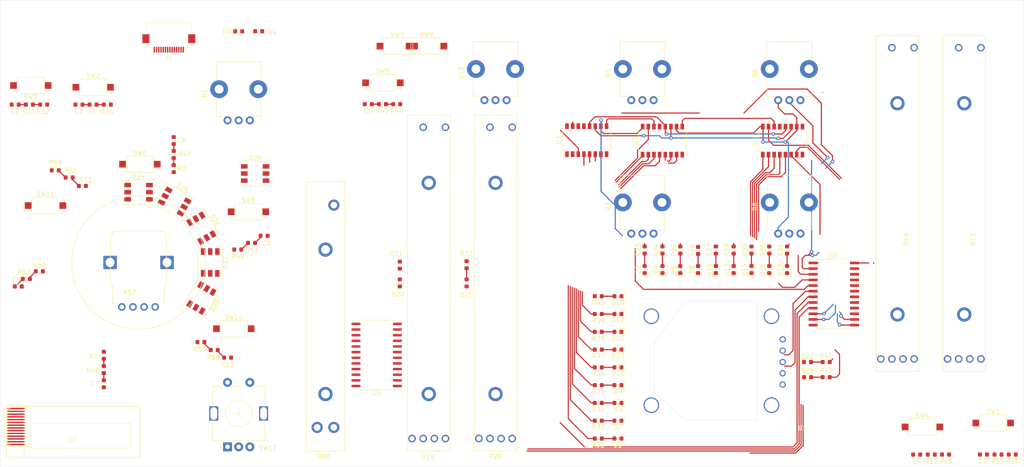
<source format=kicad_pcb>
(kicad_pcb (version 20171130) (host pcbnew "(5.1.4-0-10_14)")
  (layers (0 F.Cu signal) (31 B.Cu signal) (34 B.Paste user) (35 F.Paste user) (36 B.SilkS user) (37 F.SilkS user) (38 B.Mask user) (39 F.Mask user) (44 Edge.Cuts user))
  (net 0 "")
  (net 1 GNDREF)
  (net 2 "Net-(D1-Pad2)")
  (net 3 "Net-(D2-Pad2)")
  (net 4 "Net-(D3-Pad2)")
  (net 5 "Net-(D4-Pad2)")
  (net 6 "Net-(D5-Pad2)")
  (net 7 "Net-(D6-Pad2)")
  (net 8 "Net-(D7-Pad2)")
  (net 9 "Net-(D8-Pad2)")
  (net 10 "Net-(D9-Pad2)")
  (net 11 "Net-(D10-Pad2)")
  (net 12 "Net-(D11-Pad2)")
  (net 13 "Net-(D12-Pad2)")
  (net 14 "Net-(D13-Pad2)")
  (net 15 "Net-(D14-Pad2)")
  (net 16 "Net-(D15-Pad2)")
  (net 17 "Net-(D16-Pad2)")
  (net 18 "Net-(D17-Pad2)")
  (net 19 "Net-(D18-Pad2)")
  (net 20 "Net-(D19-Pad2)")
  (net 21 "Net-(D20-Pad2)")
  (net 22 "Net-(D21-Pad2)")
  (net 23 "Net-(D22-Pad2)")
  (net 24 "Net-(D23-Pad2)")
  (net 25 HUE)
  (net 26 +3V3)
  (net 27 FOCUS)
  (net 28 IRIS)
  (net 29 WWCW)
  (net 30 ZOOM)
  (net 31 LED_WWCW)
  (net 32 FROST)
  (net 33 LED_JX1)
  (net 34 LED_JY1)
  (net 35 LED_JX2)
  (net 36 LED_JY2)
  (net 37 LED_JX3)
  (net 38 LED_JY3)
  (net 39 LED_JX4)
  (net 40 LED_JY4)
  (net 41 LED_JX5)
  (net 42 LED_JY5)
  (net 43 LED_JX6)
  (net 44 LED_JY6)
  (net 45 LED_JX7)
  (net 46 LED_JY7)
  (net 47 LED_JX8)
  (net 48 LED_JY8)
  (net 49 LED_GINDEX)
  (net 50 LED_JX9)
  (net 51 LED_JY9)
  (net 52 LED_JFNE)
  (net 53 LED_GROT)
  (net 54 LED_JRGH)
  (net 55 SAT)
  (net 56 JOY_Y)
  (net 57 JOY_X)
  (net 58 DIM)
  (net 59 STRB)
  (net 60 GINDEX)
  (net 61 GROT)
  (net 62 "Net-(R10-Pad1)")
  (net 63 "Net-(R11-Pad2)")
  (net 64 "Net-(R15-Pad2)")
  (net 65 "Net-(R17-Pad2)")
  (net 66 "Net-(U2-Pad9)")
  (net 67 LED_DAT)
  (net 68 LED_ST)
  (net 69 LED_CLK)
  (net 70 "Net-(U3-Pad9)")
  (net 71 "Net-(U4-Pad9)")
  (net 72 "Net-(U5-Pad21)")
  (net 73 "Net-(U5-Pad20)")
  (net 74 "Net-(U5-Pad19)")
  (net 75 "Net-(U5-Pad18)")
  (net 76 "Net-(U5-Pad17)")
  (net 77 ANLG_S2)
  (net 78 ANLG_S3)
  (net 79 ANLG_S1)
  (net 80 ANLG_S0)
  (net 81 SW_PRISM)
  (net 82 PRISM)
  (net 83 "Net-(R44-Pad1)")
  (net 84 LED_PRISM)
  (net 85 ANLG_RD2)
  (net 86 "Net-(U6-Pad23)")
  (net 87 "Net-(U6-Pad22)")
  (net 88 "Net-(U6-Pad21)")
  (net 89 "Net-(U6-Pad20)")
  (net 90 "Net-(U6-Pad19)")
  (net 91 "Net-(U6-Pad18)")
  (net 92 "Net-(U6-Pad17)")
  (net 93 "Net-(U6-Pad16)")
  (net 94 "Net-(U6-Pad14)")
  (net 95 "Net-(U6-Pad13)")
  (net 96 "Net-(U6-Pad11)")
  (net 97 "Net-(U6-Pad10)")
  (net 98 "Net-(U6-Pad9)")
  (net 99 "Net-(U6-Pad8)")
  (net 100 "Net-(U6-Pad7)")
  (net 101 "Net-(U6-Pad6)")
  (net 102 "Net-(U6-Pad5)")
  (net 103 "Net-(U6-Pad4)")
  (net 104 "Net-(U6-Pad3)")
  (net 105 "Net-(U6-Pad2)")
  (net 106 SW_CLEAR)
  (net 107 SW_CLUNDO)
  (net 108 SW_LUM)
  (net 109 SW_NOX)
  (net 110 "Net-(R2-Pad1)")
  (net 111 "Net-(R3-Pad1)")
  (net 112 "Net-(R49-Pad1)")
  (net 113 "Net-(R50-Pad1)")
  (net 114 "Net-(R53-Pad1)")
  (net 115 "Net-(R54-Pad1)")
  (net 116 SW_JOY)
  (net 117 SW_C1)
  (net 118 SW_C4)
  (net 119 SW_C2)
  (net 120 SW_C5)
  (net 121 SW_C3)
  (net 122 SW_C6)
  (net 123 "Net-(U6-Pad24)")
  (net 124 "Net-(U6-Pad15)")
  (net 125 "Net-(U6-Pad12)")
  (net 126 "Net-(U6-Pad1)")
  (net 127 "Net-(U5-Pad9)")
  (net 128 "Net-(J1-Pad1)")
  (net 129 "Net-(J1-Pad2)")
  (net 130 "Net-(J1-Pad3)")
  (net 131 "Net-(J1-Pad4)")
  (net 132 "Net-(J1-Pad5)")
  (net 133 "Net-(J1-Pad6)")
  (net 134 "Net-(J1-Pad7)")
  (net 135 "Net-(J1-Pad8)")
  (net 136 "Net-(J1-Pad9)")
  (net 137 "Net-(J1-Pad10)")
  (net 138 "Net-(J1-Pad11)")
  (net 139 "Net-(J1-Pad12)")
  (net 140 "Net-(J1-Pad13)")
  (net 141 "Net-(J1-Pad14)")
  (net 142 "Net-(U7-Pad14)")
  (net 143 "Net-(U7-Pad13)")
  (net 144 "Net-(U7-Pad12)")
  (net 145 "Net-(U7-Pad11)")
  (net 146 "Net-(U7-Pad10)")
  (net 147 "Net-(U7-Pad9)")
  (net 148 "Net-(U7-Pad8)")
  (net 149 "Net-(U7-Pad6)")
  (net 150 "Net-(U7-Pad5)")
  (net 151 "Net-(U7-Pad4)")
  (net 152 "Net-(U7-Pad3)")
  (net 153 "Net-(U7-Pad2)")
  (net 154 "Net-(U7-Pad1)")
  (net 155 "Net-(SW12-PadA)")
  (net 156 "Net-(SW12-PadC)")
  (net 157 "Net-(SW12-PadB)")
  (net 158 "Net-(SW12-PadS2)")
  (net 159 "Net-(SW12-PadS1)")
  (net 160 "Net-(D24-Pad1)")
  (net 161 "Net-(D24-Pad2)")
  (net 162 "Net-(D24-Pad3)")
  (net 163 "Net-(D24-Pad6)")
  (net 164 "Net-(D24-Pad5)")
  (net 165 "Net-(D24-Pad4)")
  (net 166 "Net-(D25-Pad1)")
  (net 167 "Net-(D25-Pad2)")
  (net 168 "Net-(D25-Pad3)")
  (net 169 "Net-(D25-Pad6)")
  (net 170 "Net-(D25-Pad5)")
  (net 171 "Net-(D25-Pad4)")
  (net 172 "Net-(D26-Pad1)")
  (net 173 "Net-(D26-Pad2)")
  (net 174 "Net-(D26-Pad3)")
  (net 175 "Net-(D26-Pad6)")
  (net 176 "Net-(D26-Pad5)")
  (net 177 "Net-(D26-Pad4)")
  (net 178 "Net-(D27-Pad1)")
  (net 179 "Net-(D27-Pad2)")
  (net 180 "Net-(D27-Pad3)")
  (net 181 "Net-(D27-Pad6)")
  (net 182 "Net-(D27-Pad5)")
  (net 183 "Net-(D27-Pad4)")
  (net 184 "Net-(D28-Pad1)")
  (net 185 "Net-(D28-Pad2)")
  (net 186 "Net-(D28-Pad3)")
  (net 187 "Net-(D28-Pad6)")
  (net 188 "Net-(D28-Pad5)")
  (net 189 "Net-(D28-Pad4)")
  (net 190 "Net-(D29-Pad1)")
  (net 191 "Net-(D29-Pad2)")
  (net 192 "Net-(D29-Pad3)")
  (net 193 "Net-(D29-Pad6)")
  (net 194 "Net-(D29-Pad5)")
  (net 195 "Net-(D29-Pad4)")
  (module LED_SMD:LED_WS2812_PLCC6_5.0x5.0mm_P1.6mm (layer F.Cu) (at 64.2 -43 240)
    (fp_text reference D29 (at 0 -3.5 60) (layer F.SilkS))
    (fp_text value WS2813)
    (pad 1 smd rect (at -2.45 -1.6 240) (size 1.5 1) (layers F.Cu F.Paste F.Mask) (net 190 "Net-(D29-Pad1)"))
    (pad 2 smd rect (at -2.45 0 240) (size 1.5 1) (layers F.Cu F.Paste F.Mask) (net 191 "Net-(D29-Pad2)"))
    (pad 3 smd rect (at -2.45 1.6 240) (size 1.5 1) (layers F.Cu F.Paste F.Mask) (net 192 "Net-(D29-Pad3)"))
    (pad 6 smd rect (at 2.45 -1.6 240) (size 1.5 1) (layers F.Cu F.Paste F.Mask) (net 193 "Net-(D29-Pad6)"))
    (pad 5 smd rect (at 2.45 0 240) (size 1.5 1) (layers F.Cu F.Paste F.Mask) (net 194 "Net-(D29-Pad5)"))
    (pad 4 smd rect (at 2.45 1.6 240) (size 1.5 1) (layers F.Cu F.Paste F.Mask) (net 195 "Net-(D29-Pad4)"))
  )
  (module LED_SMD:LED_WS2812_PLCC6_5.0x5.0mm_P1.6mm (layer F.Cu) (at 76.3 -71)
    (fp_text reference D28 (at 0 -3.5) (layer F.SilkS))
    (fp_text value WS2813)
    (pad 1 smd rect (at -2.45 -1.6) (size 1.5 1) (layers F.Cu F.Paste F.Mask) (net 184 "Net-(D28-Pad1)"))
    (pad 2 smd rect (at -2.45 0) (size 1.5 1) (layers F.Cu F.Paste F.Mask) (net 185 "Net-(D28-Pad2)"))
    (pad 3 smd rect (at -2.45 1.6) (size 1.5 1) (layers F.Cu F.Paste F.Mask) (net 186 "Net-(D28-Pad3)"))
    (pad 6 smd rect (at 2.45 -1.6) (size 1.5 1) (layers F.Cu F.Paste F.Mask) (net 187 "Net-(D28-Pad6)"))
    (pad 5 smd rect (at 2.45 0) (size 1.5 1) (layers F.Cu F.Paste F.Mask) (net 188 "Net-(D28-Pad5)"))
    (pad 4 smd rect (at 2.45 1.6) (size 1.5 1) (layers F.Cu F.Paste F.Mask) (net 189 "Net-(D28-Pad4)"))
  )
  (module LED_SMD:LED_WS2812_PLCC6_5.0x5.0mm_P1.6mm (layer F.Cu) (at 66.2 -51 270)
    (fp_text reference D27 (at 0 -3.5 90) (layer F.SilkS))
    (fp_text value WS2813)
    (pad 1 smd rect (at -2.45 -1.6 270) (size 1.5 1) (layers F.Cu F.Paste F.Mask) (net 178 "Net-(D27-Pad1)"))
    (pad 2 smd rect (at -2.45 0 270) (size 1.5 1) (layers F.Cu F.Paste F.Mask) (net 179 "Net-(D27-Pad2)"))
    (pad 3 smd rect (at -2.45 1.6 270) (size 1.5 1) (layers F.Cu F.Paste F.Mask) (net 180 "Net-(D27-Pad3)"))
    (pad 6 smd rect (at 2.45 -1.6 270) (size 1.5 1) (layers F.Cu F.Paste F.Mask) (net 181 "Net-(D27-Pad6)"))
    (pad 5 smd rect (at 2.45 0 270) (size 1.5 1) (layers F.Cu F.Paste F.Mask) (net 182 "Net-(D27-Pad5)"))
    (pad 4 smd rect (at 2.45 1.6 270) (size 1.5 1) (layers F.Cu F.Paste F.Mask) (net 183 "Net-(D27-Pad4)"))
  )
  (module LED_SMD:LED_WS2812_PLCC6_5.0x5.0mm_P1.6mm (layer F.Cu) (at 64.2 -58.7 300)
    (fp_text reference D26 (at 0 -3.5 120) (layer F.SilkS))
    (fp_text value WS2813)
    (pad 1 smd rect (at -2.45 -1.6 300) (size 1.5 1) (layers F.Cu F.Paste F.Mask) (net 172 "Net-(D26-Pad1)"))
    (pad 2 smd rect (at -2.45 0 300) (size 1.5 1) (layers F.Cu F.Paste F.Mask) (net 173 "Net-(D26-Pad2)"))
    (pad 3 smd rect (at -2.45 1.6 300) (size 1.5 1) (layers F.Cu F.Paste F.Mask) (net 174 "Net-(D26-Pad3)"))
    (pad 6 smd rect (at 2.45 -1.6 300) (size 1.5 1) (layers F.Cu F.Paste F.Mask) (net 175 "Net-(D26-Pad6)"))
    (pad 5 smd rect (at 2.45 0 300) (size 1.5 1) (layers F.Cu F.Paste F.Mask) (net 176 "Net-(D26-Pad5)"))
    (pad 4 smd rect (at 2.45 1.6 300) (size 1.5 1) (layers F.Cu F.Paste F.Mask) (net 177 "Net-(D26-Pad4)"))
  )
  (module LED_SMD:LED_WS2812_PLCC6_5.0x5.0mm_P1.6mm (layer F.Cu) (at 58.2 -64.7 330)
    (fp_text reference D25 (at 0 -3.5 150) (layer F.SilkS))
    (fp_text value WS2813)
    (pad 1 smd rect (at -2.45 -1.6 330) (size 1.5 1) (layers F.Cu F.Paste F.Mask) (net 166 "Net-(D25-Pad1)"))
    (pad 2 smd rect (at -2.45 0 330) (size 1.5 1) (layers F.Cu F.Paste F.Mask) (net 167 "Net-(D25-Pad2)"))
    (pad 3 smd rect (at -2.45 1.6 330) (size 1.5 1) (layers F.Cu F.Paste F.Mask) (net 168 "Net-(D25-Pad3)"))
    (pad 6 smd rect (at 2.45 -1.6 330) (size 1.5 1) (layers F.Cu F.Paste F.Mask) (net 169 "Net-(D25-Pad6)"))
    (pad 5 smd rect (at 2.45 0 330) (size 1.5 1) (layers F.Cu F.Paste F.Mask) (net 170 "Net-(D25-Pad5)"))
    (pad 4 smd rect (at 2.45 1.6 330) (size 1.5 1) (layers F.Cu F.Paste F.Mask) (net 171 "Net-(D25-Pad4)"))
  )
  (module LED_SMD:LED_WS2812_PLCC6_5.0x5.0mm_P1.6mm (layer F.Cu) (at 50.1 -66.8)
    (fp_text reference D24 (at 0 -3.5) (layer F.SilkS))
    (fp_text value WS2813)
    (pad 1 smd rect (at -2.45 -1.6) (size 1.5 1) (layers F.Cu F.Paste F.Mask) (net 160 "Net-(D24-Pad1)"))
    (pad 2 smd rect (at -2.45 0) (size 1.5 1) (layers F.Cu F.Paste F.Mask) (net 161 "Net-(D24-Pad2)"))
    (pad 3 smd rect (at -2.45 1.6) (size 1.5 1) (layers F.Cu F.Paste F.Mask) (net 162 "Net-(D24-Pad3)"))
    (pad 6 smd rect (at 2.45 -1.6) (size 1.5 1) (layers F.Cu F.Paste F.Mask) (net 163 "Net-(D24-Pad6)"))
    (pad 5 smd rect (at 2.45 0) (size 1.5 1) (layers F.Cu F.Paste F.Mask) (net 164 "Net-(D24-Pad5)"))
    (pad 4 smd rect (at 2.45 1.6) (size 1.5 1) (layers F.Cu F.Paste F.Mask) (net 165 "Net-(D24-Pad4)"))
  )
  (module Button_Switch_SMD:SW_SPST_CK_RS282G05A3 (layer F.Cu) (at 29.2 -63.8)
    (fp_text reference SW11 (at 0 -2.6) (layer F.SilkS))
    (fp_text value SW_Push)
    (pad 2 smd rect (at 3.9 0) (size 1.5 1.5) (layers F.Cu F.Paste F.Mask) (net 115 "Net-(R54-Pad1)"))
    (pad 1 smd rect (at -3.9 0) (size 1.5 1.5) (layers F.Cu F.Paste F.Mask) (net 26 +3V3))
  )
  (module Button_Switch_SMD:SW_SPST_CK_RS282G05A3 (layer F.Cu) (at 71.5 -36.1)
    (fp_text reference SW10 (at 0 -2.6) (layer F.SilkS))
    (fp_text value SW_Push)
    (pad 2 smd rect (at 3.9 0) (size 1.5 1.5) (layers F.Cu F.Paste F.Mask) (net 114 "Net-(R53-Pad1)"))
    (pad 1 smd rect (at -3.9 0) (size 1.5 1.5) (layers F.Cu F.Paste F.Mask) (net 26 +3V3))
  )
  (module Button_Switch_SMD:SW_SPST_CK_RS282G05A3 (layer F.Cu) (at 114.78 -99.65)
    (fp_text reference SW9 (at 0 -2.6) (layer F.SilkS))
    (fp_text value SW_Push)
    (pad 2 smd rect (at 3.9 0) (size 1.5 1.5) (layers F.Cu F.Paste F.Mask) (net 113 "Net-(R50-Pad1)"))
    (pad 1 smd rect (at -3.9 0) (size 1.5 1.5) (layers F.Cu F.Paste F.Mask) (net 26 +3V3))
  )
  (module Button_Switch_SMD:SW_SPST_CK_RS282G05A3 (layer F.Cu) (at 74.8 -62.4)
    (fp_text reference SW8 (at 0 -2.6) (layer F.SilkS))
    (fp_text value SW_Push)
    (pad 2 smd rect (at 3.9 0) (size 1.5 1.5) (layers F.Cu F.Paste F.Mask) (net 112 "Net-(R49-Pad1)"))
    (pad 1 smd rect (at -3.9 0) (size 1.5 1.5) (layers F.Cu F.Paste F.Mask) (net 26 +3V3))
  )
  (module Button_Switch_SMD:SW_SPST_CK_RS282G05A3 (layer F.Cu) (at 108.23 -99.65)
    (fp_text reference SW7 (at 0 -2.6) (layer F.SilkS))
    (fp_text value SW_Push)
    (pad 2 smd rect (at 3.9 0) (size 1.5 1.5) (layers F.Cu F.Paste F.Mask) (net 111 "Net-(R3-Pad1)"))
    (pad 1 smd rect (at -3.9 0) (size 1.5 1.5) (layers F.Cu F.Paste F.Mask) (net 26 +3V3))
  )
  (module Button_Switch_SMD:SW_SPST_CK_RS282G05A3 (layer F.Cu) (at 50.4 -73.1)
    (fp_text reference SW6 (at 0 -2.6) (layer F.SilkS))
    (fp_text value SW_Push)
    (pad 2 smd rect (at 3.9 0) (size 1.5 1.5) (layers F.Cu F.Paste F.Mask) (net 110 "Net-(R2-Pad1)"))
    (pad 1 smd rect (at -3.9 0) (size 1.5 1.5) (layers F.Cu F.Paste F.Mask) (net 26 +3V3))
  )
  (module Button_Switch_SMD:SW_SPST_CK_RS282G05A3 (layer F.Cu) (at 105 -91.4)
    (fp_text reference SW5 (at 0 -2.6) (layer F.SilkS))
    (fp_text value SW_Push)
    (pad 2 smd rect (at 3.9 0) (size 1.5 1.5) (layers F.Cu F.Paste F.Mask) (net 83 "Net-(R44-Pad1)"))
    (pad 1 smd rect (at -3.9 0) (size 1.5 1.5) (layers F.Cu F.Paste F.Mask) (net 26 +3V3))
  )
  (module Button_Switch_SMD:SW_SPST_CK_RS282G05A3 (layer F.Cu) (at 226.2 -14)
    (fp_text reference SW4 (at 0 -2.6) (layer F.SilkS))
    (fp_text value SW_Push)
    (pad 2 smd rect (at 3.9 0) (size 1.5 1.5) (layers F.Cu F.Paste F.Mask) (net 65 "Net-(R17-Pad2)"))
    (pad 1 smd rect (at -3.9 0) (size 1.5 1.5) (layers F.Cu F.Paste F.Mask) (net 26 +3V3))
  )
  (module Button_Switch_SMD:SW_SPST_CK_RS282G05A3 (layer F.Cu) (at 25.9 -90.8 180)
    (fp_text reference SW3 (at 0 -2.6) (layer F.SilkS))
    (fp_text value SW_Push)
    (pad 2 smd rect (at 3.9 0 180) (size 1.5 1.5) (layers F.Cu F.Paste F.Mask) (net 63 "Net-(R11-Pad2)"))
    (pad 1 smd rect (at -3.9 0 180) (size 1.5 1.5) (layers F.Cu F.Paste F.Mask) (net 26 +3V3))
  )
  (module Button_Switch_SMD:SW_SPST_CK_RS282G05A3 (layer F.Cu) (at 39.9 -90.4)
    (fp_text reference SW2 (at 0 -2.6) (layer F.SilkS))
    (fp_text value SW_Push)
    (pad 2 smd rect (at 3.9 0) (size 1.5 1.5) (layers F.Cu F.Paste F.Mask) (net 62 "Net-(R10-Pad1)"))
    (pad 1 smd rect (at -3.9 0) (size 1.5 1.5) (layers F.Cu F.Paste F.Mask) (net 26 +3V3))
  )
  (module Button_Switch_SMD:SW_SPST_CK_RS282G05A3 (layer F.Cu) (at 242.1 -14.9)
    (fp_text reference SW1 (at 0 -2.6) (layer F.SilkS))
    (fp_text value SW_Push)
    (pad 2 smd rect (at 3.9 0) (size 1.5 1.5) (layers F.Cu F.Paste F.Mask) (net 64 "Net-(R15-Pad2)"))
    (pad 1 smd rect (at -3.9 0) (size 1.5 1.5) (layers F.Cu F.Paste F.Mask) (net 26 +3V3))
  )
  (module Potentiometer_THT:Potentiometer_Alps_RK09K_Single_Vertical (layer F.Cu) (at 130.3 -94.5 90)
    (fp_text reference R43 (at -0.95 -7.65 90) (layer F.SilkS))
    (fp_text value PRISM_POT)
    (pad "" np_thru_hole circle (at 0 4.4 90) (size 4 4) (drill 2) (layers *.Cu *.Mask))
    (pad "" np_thru_hole circle (at 0 -4.4 90) (size 4 4) (drill 2) (layers *.Cu *.Mask))
    (pad 1 thru_hole circle (at -7 2.5 90) (size 1.8 1.8) (drill 1) (layers *.Cu *.Mask) (net 26 +3V3))
    (pad 2 thru_hole circle (at -7 0 90) (size 1.8 1.8) (drill 1) (layers *.Cu *.Mask) (net 82 PRISM))
    (pad 3 thru_hole circle (at -7 -2.5 90) (size 1.8 1.8) (drill 1) (layers *.Cu *.Mask) (net 1 GNDREF))
  )
  (module Potentiometer_THT:Potentiometer_Alps_RK09K_Single_Vertical (layer F.Cu) (at 196.3 -64.5 90)
    (fp_text reference R8 (at -0.95 -7.65 90) (layer F.SilkS))
    (fp_text value FROST_POT)
    (pad "" np_thru_hole circle (at 0 4.4 90) (size 4 4) (drill 2) (layers *.Cu *.Mask))
    (pad "" np_thru_hole circle (at 0 -4.4 90) (size 4 4) (drill 2) (layers *.Cu *.Mask))
    (pad 1 thru_hole circle (at -7 2.5 90) (size 1.8 1.8) (drill 1) (layers *.Cu *.Mask) (net 26 +3V3))
    (pad 2 thru_hole circle (at -7 0 90) (size 1.8 1.8) (drill 1) (layers *.Cu *.Mask) (net 32 FROST))
    (pad 3 thru_hole circle (at -7 -2.5 90) (size 1.8 1.8) (drill 1) (layers *.Cu *.Mask) (net 1 GNDREF))
  )
  (module Potentiometer_THT:Potentiometer_Alps_RK09K_Single_Vertical (layer F.Cu) (at 163.3 -64.5 90)
    (fp_text reference R7 (at -0.95 -7.65 90) (layer F.SilkS))
    (fp_text value ZOOM_POT)
    (pad "" np_thru_hole circle (at 0 4.4 90) (size 4 4) (drill 2) (layers *.Cu *.Mask))
    (pad "" np_thru_hole circle (at 0 -4.4 90) (size 4 4) (drill 2) (layers *.Cu *.Mask))
    (pad 1 thru_hole circle (at -7 2.5 90) (size 1.8 1.8) (drill 1) (layers *.Cu *.Mask) (net 26 +3V3))
    (pad 2 thru_hole circle (at -7 0 90) (size 1.8 1.8) (drill 1) (layers *.Cu *.Mask) (net 30 ZOOM))
    (pad 3 thru_hole circle (at -7 -2.5 90) (size 1.8 1.8) (drill 1) (layers *.Cu *.Mask) (net 1 GNDREF))
  )
  (module Potentiometer_THT:Potentiometer_Alps_RK09K_Single_Vertical (layer F.Cu) (at 196.3 -94.5 90)
    (fp_text reference R6 (at -0.95 -7.65 90) (layer F.SilkS))
    (fp_text value IRIS_POT)
    (pad "" np_thru_hole circle (at 0 4.4 90) (size 4 4) (drill 2) (layers *.Cu *.Mask))
    (pad "" np_thru_hole circle (at 0 -4.4 90) (size 4 4) (drill 2) (layers *.Cu *.Mask))
    (pad 1 thru_hole circle (at -7 2.5 90) (size 1.8 1.8) (drill 1) (layers *.Cu *.Mask) (net 26 +3V3))
    (pad 2 thru_hole circle (at -7 0 90) (size 1.8 1.8) (drill 1) (layers *.Cu *.Mask) (net 28 IRIS))
    (pad 3 thru_hole circle (at -7 -2.5 90) (size 1.8 1.8) (drill 1) (layers *.Cu *.Mask) (net 1 GNDREF))
  )
  (module Potentiometer_THT:Potentiometer_Alps_RK09K_Single_Vertical (layer F.Cu) (at 163.3 -94.5 90)
    (fp_text reference R5 (at -0.95 -7.65 90) (layer F.SilkS))
    (fp_text value FOCUS_POT)
    (pad "" np_thru_hole circle (at 0 4.4 90) (size 4 4) (drill 2) (layers *.Cu *.Mask))
    (pad "" np_thru_hole circle (at 0 -4.4 90) (size 4 4) (drill 2) (layers *.Cu *.Mask))
    (pad 1 thru_hole circle (at -7 2.5 90) (size 1.8 1.8) (drill 1) (layers *.Cu *.Mask) (net 26 +3V3))
    (pad 2 thru_hole circle (at -7 0 90) (size 1.8 1.8) (drill 1) (layers *.Cu *.Mask) (net 27 FOCUS))
    (pad 3 thru_hole circle (at -7 -2.5 90) (size 1.8 1.8) (drill 1) (layers *.Cu *.Mask) (net 1 GNDREF))
  )
  (module Potentiometer_THT:Potentiometer_Alps_RK09K_Single_Vertical (layer F.Cu) (at 72.6 -89.971 90)
    (fp_text reference R1 (at -0.95 -7.65 90) (layer F.SilkS))
    (fp_text value WWCW_POT)
    (pad "" np_thru_hole circle (at 0 4.4 90) (size 4 4) (drill 2) (layers *.Cu *.Mask))
    (pad "" np_thru_hole circle (at 0 -4.4 90) (size 4 4) (drill 2) (layers *.Cu *.Mask))
    (pad 1 thru_hole circle (at -7 2.5 90) (size 1.8 1.8) (drill 1) (layers *.Cu *.Mask) (net 26 +3V3))
    (pad 2 thru_hole circle (at -7 0 90) (size 1.8 1.8) (drill 1) (layers *.Cu *.Mask) (net 29 WWCW))
    (pad 3 thru_hole circle (at -7 -2.5 90) (size 1.8 1.8) (drill 1) (layers *.Cu *.Mask) (net 1 GNDREF))
  )
  (module KiCad-SSD1306_OLED-0:SSD1306_OLED-0.91-128x32_2 (layer F.Cu) (at 37.1 -12.029 180)
    (fp_text reference U7 (at 1.778 -1.016) (layer F.SilkS))
    (fp_text value SSD1306)
    (pad 14 smd oval (at 14.5 -1.96 180) (size 4 0.32) (layers F.Cu F.Paste F.Mask) (net 142 "Net-(U7-Pad14)"))
    (pad 13 smd oval (at 14.5 -1.34 180) (size 4 0.32) (layers F.Cu F.Paste F.Mask) (net 143 "Net-(U7-Pad13)"))
    (pad 12 smd oval (at 14.5 -0.72 180) (size 4 0.32) (layers F.Cu F.Paste F.Mask) (net 144 "Net-(U7-Pad12)"))
    (pad 11 smd oval (at 14.5 -0.1 180) (size 4 0.32) (layers F.Cu F.Paste F.Mask) (net 145 "Net-(U7-Pad11)"))
    (pad 10 smd oval (at 14.5 0.52 180) (size 4 0.32) (layers F.Cu F.Paste F.Mask) (net 146 "Net-(U7-Pad10)"))
    (pad 9 smd oval (at 14.5 1.14 180) (size 4 0.32) (layers F.Cu F.Paste F.Mask) (net 147 "Net-(U7-Pad9)"))
    (pad 8 smd oval (at 14.5 1.76 180) (size 4 0.32) (layers F.Cu F.Paste F.Mask) (net 148 "Net-(U7-Pad8)"))
    (pad 7 smd oval (at 14.5 2.38 180) (size 4 0.32) (layers F.Cu F.Paste F.Mask) (net 1 GNDREF))
    (pad 6 smd oval (at 14.5 3 180) (size 4 0.32) (layers F.Cu F.Paste F.Mask) (net 149 "Net-(U7-Pad6)"))
    (pad 5 smd oval (at 14.5 3.62 180) (size 4 0.32) (layers F.Cu F.Paste F.Mask) (net 150 "Net-(U7-Pad5)"))
    (pad 4 smd oval (at 14.5 4.24 180) (size 4 0.32) (layers F.Cu F.Paste F.Mask) (net 151 "Net-(U7-Pad4)"))
    (pad 3 smd oval (at 14.5 4.86 180) (size 4 0.32) (layers F.Cu F.Paste F.Mask) (net 152 "Net-(U7-Pad3)"))
    (pad 2 smd oval (at 14.5 5.48 180) (size 4 0.32) (layers F.Cu F.Paste F.Mask) (net 153 "Net-(U7-Pad2)"))
    (pad 1 smd oval (at 14.5 6.1 180) (size 4 0.32) (layers F.Cu F.Paste F.Mask) (net 154 "Net-(U7-Pad1)"))
  )
  (module Rotary_Encoder:RotaryEncoder_Alps_EC11E-Switch_Vertical_H20mm (layer F.Cu) (at 72.6 -17.029 90)
    (fp_text reference SW12 (at -7.729 6.5 180) (layer F.SilkS))
    (fp_text value Rotary_Encoder_Switch)
    (pad A thru_hole rect (at -7.5 -2.5 90) (size 2 2) (drill 1) (layers *.Cu *.Mask) (net 155 "Net-(SW12-PadA)"))
    (pad C thru_hole circle (at -7.5 0 90) (size 2 2) (drill 1) (layers *.Cu *.Mask) (net 156 "Net-(SW12-PadC)"))
    (pad B thru_hole circle (at -7.5 2.5 90) (size 2 2) (drill 1) (layers *.Cu *.Mask) (net 157 "Net-(SW12-PadB)"))
    (pad MP thru_hole rect (at 0 -5.6 90) (size 3.2 2) (drill oval 2.8 1.5) (layers *.Cu *.Mask))
    (pad MP thru_hole rect (at 0 5.6 90) (size 3.2 2) (drill oval 2.8 1.5) (layers *.Cu *.Mask))
    (pad S2 thru_hole circle (at 7 -2.5 90) (size 2 2) (drill 1) (layers *.Cu *.Mask) (net 158 "Net-(SW12-PadS2)"))
    (pad S1 thru_hole circle (at 7 2.5 90) (size 2 2) (drill 1) (layers *.Cu *.Mask) (net 159 "Net-(SW12-PadS1)"))
  )
  (module custom:ALPHA_RV112FF-40B1 (layer F.Cu) (at 50.1 -51)
    (fp_text reference R57 (at -2 6.8) (layer F.SilkS))
    (fp_text value HUE_POT)
    (pad "" thru_hole rect (at 6.4 0) (size 3 3) (drill oval 2 2.1) (layers *.Cu *.Mask))
    (pad "" thru_hole rect (at -6.4 0) (size 3 3) (drill oval 2 2.1) (layers *.Cu *.Mask))
    (pad 3 thru_hole circle (at 3.75 10) (size 1.7 1.7) (drill 1) (layers *.Cu *.Mask) (net 1 GNDREF))
    (pad 2 thru_hole circle (at 1.25 10) (size 1.7 1.7) (drill 1) (layers *.Cu *.Mask) (net 25 HUE))
    (pad 1 thru_hole circle (at -1.25 10) (size 1.7 1.7) (drill 1) (layers *.Cu *.Mask) (net 26 +3V3))
    (pad 4 thru_hole circle (at -3.75 10) (size 1.7 1.7) (drill 1) (layers *.Cu *.Mask))
  )
  (module custom:Joystick_XY_mountingholes (layer F.Cu) (at 179.8 -27.4)
    (fp_text reference U1 (at 19.4 13.6) (layer F.SilkS))
    (fp_text value Joystick_XY)
    (pad 5 thru_hole circle (at 15 -6.3) (size 1.4 1.4) (drill 0.9) (layers *.Cu *.Mask) (net 116 SW_JOY))
    (pad 4 thru_hole circle (at 15 -3.76) (size 1.4 1.4) (drill 0.9) (layers *.Cu *.Mask) (net 56 JOY_Y))
    (pad 3 thru_hole circle (at 15 -1.22) (size 1.4 1.4) (drill 0.9) (layers *.Cu *.Mask) (net 57 JOY_X))
    (pad 2 thru_hole circle (at 15 1.32) (size 1.4 1.4) (drill 0.9) (layers *.Cu *.Mask) (net 26 +3V3))
    (pad 1 thru_hole circle (at 15 3.86) (size 1.4 1.4) (drill 0.9) (layers *.Cu *.Mask) (net 1 GNDREF))
    (pad "" thru_hole circle (at 12.5 -11.5) (size 3.5 3.5) (drill 3) (layers *.Cu *.Mask))
    (pad "" thru_hole circle (at 12.5 8.5) (size 3.5 3.5) (drill 3) (layers *.Cu *.Mask))
    (pad "" thru_hole circle (at -14.5 8.5) (size 3.5 3.5) (drill 3) (layers *.Cu *.Mask))
    (pad "" thru_hole circle (at -14.5 -11.5) (size 3.5 3.5) (drill 3) (layers *.Cu *.Mask))
  )
  (module custom:JUSHUO_AFC01-S14FCC-00 (layer F.Cu) (at 56.9 -100.7 180)
    (fp_text reference J1 (at 0 -3.7) (layer F.SilkS))
    (fp_text value Conn_01x14)
    (pad "" smd rect (at 5.15 0.63 180) (size 1.6 2) (layers F.Cu F.Paste F.Mask))
    (pad "" smd rect (at -5.15 0.63 180) (size 1.6 2) (layers F.Cu F.Paste F.Mask))
    (pad 1 smd rect (at -3.25 -1.85 180) (size 0.3 1.3) (layers F.Cu F.Paste F.Mask) (net 128 "Net-(J1-Pad1)"))
    (pad 2 smd rect (at -2.75 -1.85 180) (size 0.3 1.3) (layers F.Cu F.Paste F.Mask) (net 129 "Net-(J1-Pad2)"))
    (pad 3 smd rect (at -2.25 -1.85 180) (size 0.3 1.3) (layers F.Cu F.Paste F.Mask) (net 130 "Net-(J1-Pad3)"))
    (pad 4 smd rect (at -1.75 -1.85 180) (size 0.3 1.3) (layers F.Cu F.Paste F.Mask) (net 131 "Net-(J1-Pad4)"))
    (pad 5 smd rect (at -1.25 -1.85 180) (size 0.3 1.3) (layers F.Cu F.Paste F.Mask) (net 132 "Net-(J1-Pad5)"))
    (pad 6 smd rect (at -0.75 -1.85 180) (size 0.3 1.3) (layers F.Cu F.Paste F.Mask) (net 133 "Net-(J1-Pad6)"))
    (pad 7 smd rect (at -0.25 -1.85 180) (size 0.3 1.3) (layers F.Cu F.Paste F.Mask) (net 134 "Net-(J1-Pad7)"))
    (pad 8 smd rect (at 0.25 -1.85 180) (size 0.3 1.3) (layers F.Cu F.Paste F.Mask) (net 135 "Net-(J1-Pad8)"))
    (pad 9 smd rect (at 0.75 -1.85 180) (size 0.3 1.3) (layers F.Cu F.Paste F.Mask) (net 136 "Net-(J1-Pad9)"))
    (pad 10 smd rect (at 1.25 -1.85 180) (size 0.3 1.3) (layers F.Cu F.Paste F.Mask) (net 137 "Net-(J1-Pad10)"))
    (pad 11 smd rect (at 1.75 -1.85 180) (size 0.3 1.3) (layers F.Cu F.Paste F.Mask) (net 138 "Net-(J1-Pad11)"))
    (pad 12 smd rect (at 2.25 -1.85 180) (size 0.3 1.3) (layers F.Cu F.Paste F.Mask) (net 139 "Net-(J1-Pad12)"))
    (pad 13 smd rect (at 2.75 -1.85 180) (size 0.3 1.3) (layers F.Cu F.Paste F.Mask) (net 140 "Net-(J1-Pad13)"))
    (pad 14 smd rect (at 3.25 -1.85 180) (size 0.3 1.3) (layers F.Cu F.Paste F.Mask) (net 141 "Net-(J1-Pad14)"))
  )
  (module Resistor_SMD:R_0603_1608Metric (layer F.Cu) (at 77.0875 -103 180)
    (fp_text reference R4 (at -3.1125 -0.3) (layer F.SilkS))
    (fp_text value 16 hide)
    (pad 2 smd roundrect (at 0.7875 0 180) (size 0.875 0.95) (layers F.Cu F.Paste F.Mask) (net 2 "Net-(D1-Pad2)"))
    (pad 1 smd roundrect (at -0.7875 0 180) (size 0.875 0.95) (layers F.Cu F.Paste F.Mask) (net 31 LED_WWCW))
  )
  (module LED_SMD:LED_0603_1608Metric (layer F.Cu) (at 72.6 -102.971)
    (fp_text reference D1 (at -2.7 -0.1) (layer F.SilkS))
    (fp_text value LED_WWCW hide)
    (pad 2 smd roundrect (at 0.7875 0) (size 0.875 0.95) (layers F.Cu F.Paste F.Mask) (net 2 "Net-(D1-Pad2)"))
    (pad 1 smd roundrect (at -0.7875 0) (size 0.875 0.95) (layers F.Cu F.Paste F.Mask) (net 1 GNDREF))
  )
  (module Resistor_SMD:R_0603_1608Metric (layer F.Cu) (at 204.5875 -28.6)
    (fp_text reference R41 (at 0 -1.43) (layer F.SilkS))
    (fp_text value 82 hide)
    (pad 2 smd roundrect (at 0.7875 0) (size 0.875 0.95) (layers F.Cu F.Paste F.Mask) (net 52 LED_JFNE))
    (pad 1 smd roundrect (at -0.7875 0) (size 0.875 0.95) (layers F.Cu F.Paste F.Mask) (net 23 "Net-(D22-Pad2)"))
  )
  (module Resistor_SMD:R_0603_1608Metric (layer F.Cu) (at 34.5125 -70.1 180)
    (fp_text reference R56 (at -0.3875 1.6) (layer F.SilkS))
    (fp_text value 2k hide)
    (pad 2 smd roundrect (at 0.7875 0 180) (size 0.875 0.95) (layers F.Cu F.Paste F.Mask) (net 115 "Net-(R54-Pad1)"))
    (pad 1 smd roundrect (at -0.7875 0 180) (size 0.875 0.95) (layers F.Cu F.Paste F.Mask) (net 122 SW_C6))
  )
  (module Resistor_SMD:R_0603_1608Metric (layer F.Cu) (at 67.1125 -31.3 180)
    (fp_text reference R55 (at 0.2125 -1.6) (layer F.SilkS))
    (fp_text value 2k hide)
    (pad 2 smd roundrect (at 0.7875 0 180) (size 0.875 0.95) (layers F.Cu F.Paste F.Mask) (net 114 "Net-(R53-Pad1)"))
    (pad 1 smd roundrect (at -0.7875 0 180) (size 0.875 0.95) (layers F.Cu F.Paste F.Mask) (net 121 SW_C3))
  )
  (module Resistor_SMD:R_0603_1608Metric (layer F.Cu) (at 31.3875 -71.7 180)
    (fp_text reference R54 (at -0.1125 1.7) (layer F.SilkS))
    (fp_text value 2k hide)
    (pad 2 smd roundrect (at 0.7875 0 180) (size 0.875 0.95) (layers F.Cu F.Paste F.Mask) (net 1 GNDREF))
    (pad 1 smd roundrect (at -0.7875 0 180) (size 0.875 0.95) (layers F.Cu F.Paste F.Mask) (net 115 "Net-(R54-Pad1)"))
  )
  (module Resistor_SMD:R_0603_1608Metric (layer F.Cu) (at 64.1125 -33.1 180)
    (fp_text reference R53 (at 0.2125 -1.6) (layer F.SilkS))
    (fp_text value 2k hide)
    (pad 2 smd roundrect (at 0.7875 0 180) (size 0.875 0.95) (layers F.Cu F.Paste F.Mask) (net 1 GNDREF))
    (pad 1 smd roundrect (at -0.7875 0 180) (size 0.875 0.95) (layers F.Cu F.Paste F.Mask) (net 114 "Net-(R53-Pad1)"))
  )
  (module Resistor_SMD:R_0603_1608Metric (layer F.Cu) (at 24.9125 -47.3)
    (fp_text reference R52 (at -0.6125 -1.5) (layer F.SilkS))
    (fp_text value 2k hide)
    (pad 2 smd roundrect (at 0.7875 0) (size 0.875 0.95) (layers F.Cu F.Paste F.Mask) (net 113 "Net-(R50-Pad1)"))
    (pad 1 smd roundrect (at -0.7875 0) (size 0.875 0.95) (layers F.Cu F.Paste F.Mask) (net 120 SW_C5))
  )
  (module Resistor_SMD:R_0603_1608Metric (layer F.Cu) (at 75.4875 -55.4 180)
    (fp_text reference R51 (at -0.1125 -1.6) (layer F.SilkS))
    (fp_text value 2k hide)
    (pad 2 smd roundrect (at 0.7875 0 180) (size 0.875 0.95) (layers F.Cu F.Paste F.Mask) (net 112 "Net-(R49-Pad1)"))
    (pad 1 smd roundrect (at -0.7875 0 180) (size 0.875 0.95) (layers F.Cu F.Paste F.Mask) (net 119 SW_C2))
  )
  (module Resistor_SMD:R_0603_1608Metric (layer F.Cu) (at 27.8125 -49)
    (fp_text reference R50 (at 0 -1.43) (layer F.SilkS))
    (fp_text value 2k hide)
    (pad 2 smd roundrect (at 0.7875 0) (size 0.875 0.95) (layers F.Cu F.Paste F.Mask) (net 1 GNDREF))
    (pad 1 smd roundrect (at -0.7875 0) (size 0.875 0.95) (layers F.Cu F.Paste F.Mask) (net 113 "Net-(R50-Pad1)"))
  )
  (module Resistor_SMD:R_0603_1608Metric (layer F.Cu) (at 72.3875 -53.9 180)
    (fp_text reference R49 (at 0 -1.6) (layer F.SilkS))
    (fp_text value 2k hide)
    (pad 2 smd roundrect (at 0.7875 0 180) (size 0.875 0.95) (layers F.Cu F.Paste F.Mask) (net 1 GNDREF))
    (pad 1 smd roundrect (at -0.7875 0 180) (size 0.875 0.95) (layers F.Cu F.Paste F.Mask) (net 112 "Net-(R49-Pad1)"))
  )
  (module Resistor_SMD:R_0603_1608Metric (layer F.Cu) (at 42.3 -26.9125 90)
    (fp_text reference R48 (at -0.2125 -2.5 180) (layer F.SilkS))
    (fp_text value 2k hide)
    (pad 2 smd roundrect (at 0.7875 0 90) (size 0.875 0.95) (layers F.Cu F.Paste F.Mask) (net 111 "Net-(R3-Pad1)"))
    (pad 1 smd roundrect (at -0.7875 0 90) (size 0.875 0.95) (layers F.Cu F.Paste F.Mask) (net 118 SW_C4))
  )
  (module Resistor_SMD:R_0603_1608Metric (layer F.Cu) (at 58 -75.2875 270)
    (fp_text reference R47 (at -0.1125 -2.3 180) (layer F.SilkS))
    (fp_text value 2k hide)
    (pad 2 smd roundrect (at 0.7875 0 270) (size 0.875 0.95) (layers F.Cu F.Paste F.Mask) (net 110 "Net-(R2-Pad1)"))
    (pad 1 smd roundrect (at -0.7875 0 270) (size 0.875 0.95) (layers F.Cu F.Paste F.Mask) (net 117 SW_C1))
  )
  (module Resistor_SMD:R_0603_1608Metric (layer F.Cu) (at 104.8875 -86.6)
    (fp_text reference R45 (at 0.0125 1.5) (layer F.SilkS))
    (fp_text value 2k hide)
    (pad 2 smd roundrect (at 0.7875 0) (size 0.875 0.95) (layers F.Cu F.Paste F.Mask) (net 83 "Net-(R44-Pad1)"))
    (pad 1 smd roundrect (at -0.7875 0) (size 0.875 0.95) (layers F.Cu F.Paste F.Mask) (net 81 SW_PRISM))
  )
  (module Resistor_SMD:R_0603_1608Metric (layer F.Cu) (at 108.0875 -86.6)
    (fp_text reference R44 (at 0.0125 1.5) (layer F.SilkS))
    (fp_text value 2k hide)
    (pad 2 smd roundrect (at 0.7875 0) (size 0.875 0.95) (layers F.Cu F.Paste F.Mask) (net 1 GNDREF))
    (pad 1 smd roundrect (at -0.7875 0) (size 0.875 0.95) (layers F.Cu F.Paste F.Mask) (net 83 "Net-(R44-Pad1)"))
  )
  (module Resistor_SMD:R_0603_1608Metric (layer F.Cu) (at 204.5875 -25.2)
    (fp_text reference R42 (at 0 -1.43) (layer F.SilkS))
    (fp_text value 82 hide)
    (pad 2 smd roundrect (at 0.7875 0) (size 0.875 0.95) (layers F.Cu F.Paste F.Mask) (net 54 LED_JRGH))
    (pad 1 smd roundrect (at -0.7875 0) (size 0.875 0.95) (layers F.Cu F.Paste F.Mask) (net 24 "Net-(D23-Pad2)"))
  )
  (module Resistor_SMD:R_0603_1608Metric (layer F.Cu) (at 153.3875 -43.4 180)
    (fp_text reference R40 (at 0 -1.43) (layer F.SilkS))
    (fp_text value 82 hide)
    (pad 2 smd roundrect (at 0.7875 0 180) (size 0.875 0.95) (layers F.Cu F.Paste F.Mask) (net 51 LED_JY9))
    (pad 1 smd roundrect (at -0.7875 0 180) (size 0.875 0.95) (layers F.Cu F.Paste F.Mask) (net 20 "Net-(D19-Pad2)"))
  )
  (module Resistor_SMD:R_0603_1608Metric (layer F.Cu) (at 153.3875 -39.4 180)
    (fp_text reference R39 (at 0 -1.43) (layer F.SilkS))
    (fp_text value 82 hide)
    (pad 2 smd roundrect (at 0.7875 0 180) (size 0.875 0.95) (layers F.Cu F.Paste F.Mask) (net 48 LED_JY8))
    (pad 1 smd roundrect (at -0.7875 0 180) (size 0.875 0.95) (layers F.Cu F.Paste F.Mask) (net 18 "Net-(D17-Pad2)"))
  )
  (module Resistor_SMD:R_0603_1608Metric (layer F.Cu) (at 153.3875 -35.4 180)
    (fp_text reference R38 (at 0 -1.43) (layer F.SilkS))
    (fp_text value 82 hide)
    (pad 2 smd roundrect (at 0.7875 0 180) (size 0.875 0.95) (layers F.Cu F.Paste F.Mask) (net 46 LED_JY7))
    (pad 1 smd roundrect (at -0.7875 0 180) (size 0.875 0.95) (layers F.Cu F.Paste F.Mask) (net 16 "Net-(D15-Pad2)"))
  )
  (module Resistor_SMD:R_0603_1608Metric (layer F.Cu) (at 153.3875 -31.4 180)
    (fp_text reference R37 (at 0 -1.43) (layer F.SilkS))
    (fp_text value 82 hide)
    (pad 2 smd roundrect (at 0.7875 0 180) (size 0.875 0.95) (layers F.Cu F.Paste F.Mask) (net 44 LED_JY6))
    (pad 1 smd roundrect (at -0.7875 0 180) (size 0.875 0.95) (layers F.Cu F.Paste F.Mask) (net 14 "Net-(D13-Pad2)"))
  )
  (module Resistor_SMD:R_0603_1608Metric (layer F.Cu) (at 153.3875 -27.4 180)
    (fp_text reference R36 (at 0 -1.43) (layer F.SilkS))
    (fp_text value 82 hide)
    (pad 2 smd roundrect (at 0.7875 0 180) (size 0.875 0.95) (layers F.Cu F.Paste F.Mask) (net 42 LED_JY5))
    (pad 1 smd roundrect (at -0.7875 0 180) (size 0.875 0.95) (layers F.Cu F.Paste F.Mask) (net 12 "Net-(D11-Pad2)"))
  )
  (module Resistor_SMD:R_0603_1608Metric (layer F.Cu) (at 153.3875 -23.4 180)
    (fp_text reference R35 (at 0 -1.43) (layer F.SilkS))
    (fp_text value 82 hide)
    (pad 2 smd roundrect (at 0.7875 0 180) (size 0.875 0.95) (layers F.Cu F.Paste F.Mask) (net 40 LED_JY4))
    (pad 1 smd roundrect (at -0.7875 0 180) (size 0.875 0.95) (layers F.Cu F.Paste F.Mask) (net 10 "Net-(D9-Pad2)"))
  )
  (module Resistor_SMD:R_0603_1608Metric (layer F.Cu) (at 153.3875 -19.4 180)
    (fp_text reference R34 (at 0 -1.43) (layer F.SilkS))
    (fp_text value 82 hide)
    (pad 2 smd roundrect (at 0.7875 0 180) (size 0.875 0.95) (layers F.Cu F.Paste F.Mask) (net 38 LED_JY3))
    (pad 1 smd roundrect (at -0.7875 0 180) (size 0.875 0.95) (layers F.Cu F.Paste F.Mask) (net 8 "Net-(D7-Pad2)"))
  )
  (module Resistor_SMD:R_0603_1608Metric (layer F.Cu) (at 153.3875 -15.4 180)
    (fp_text reference R33 (at 0 -1.43) (layer F.SilkS))
    (fp_text value 82 hide)
    (pad 2 smd roundrect (at 0.7875 0 180) (size 0.875 0.95) (layers F.Cu F.Paste F.Mask) (net 36 LED_JY2))
    (pad 1 smd roundrect (at -0.7875 0 180) (size 0.875 0.95) (layers F.Cu F.Paste F.Mask) (net 6 "Net-(D5-Pad2)"))
  )
  (module Resistor_SMD:R_0603_1608Metric (layer F.Cu) (at 153.3875 -11.4 180)
    (fp_text reference R32 (at 0 -1.43) (layer F.SilkS))
    (fp_text value 82 hide)
    (pad 2 smd roundrect (at 0.7875 0 180) (size 0.875 0.95) (layers F.Cu F.Paste F.Mask) (net 34 LED_JY1))
    (pad 1 smd roundrect (at -0.7875 0 180) (size 0.875 0.95) (layers F.Cu F.Paste F.Mask) (net 4 "Net-(D3-Pad2)"))
  )
  (module Resistor_SMD:R_0603_1608Metric (layer F.Cu) (at 195.8 -53.8 90)
    (fp_text reference R31 (at 0 -1.43 90) (layer F.SilkS))
    (fp_text value 82 hide)
    (pad 2 smd roundrect (at 0.7875 0 90) (size 0.875 0.95) (layers F.Cu F.Paste F.Mask) (net 50 LED_JX9))
    (pad 1 smd roundrect (at -0.7875 0 90) (size 0.875 0.95) (layers F.Cu F.Paste F.Mask) (net 19 "Net-(D18-Pad2)"))
  )
  (module Resistor_SMD:R_0603_1608Metric (layer F.Cu) (at 191.8 -53.8 90)
    (fp_text reference R30 (at 0 -1.43 90) (layer F.SilkS))
    (fp_text value 82 hide)
    (pad 2 smd roundrect (at 0.7875 0 90) (size 0.875 0.95) (layers F.Cu F.Paste F.Mask) (net 47 LED_JX8))
    (pad 1 smd roundrect (at -0.7875 0 90) (size 0.875 0.95) (layers F.Cu F.Paste F.Mask) (net 17 "Net-(D16-Pad2)"))
  )
  (module Resistor_SMD:R_0603_1608Metric (layer F.Cu) (at 187.8 -53.8 90)
    (fp_text reference R29 (at 0 -1.43 90) (layer F.SilkS))
    (fp_text value 82 hide)
    (pad 2 smd roundrect (at 0.7875 0 90) (size 0.875 0.95) (layers F.Cu F.Paste F.Mask) (net 45 LED_JX7))
    (pad 1 smd roundrect (at -0.7875 0 90) (size 0.875 0.95) (layers F.Cu F.Paste F.Mask) (net 15 "Net-(D14-Pad2)"))
  )
  (module Resistor_SMD:R_0603_1608Metric (layer F.Cu) (at 183.8 -53.8 90)
    (fp_text reference R28 (at 0 -1.43 90) (layer F.SilkS))
    (fp_text value 82 hide)
    (pad 2 smd roundrect (at 0.7875 0 90) (size 0.875 0.95) (layers F.Cu F.Paste F.Mask) (net 43 LED_JX6))
    (pad 1 smd roundrect (at -0.7875 0 90) (size 0.875 0.95) (layers F.Cu F.Paste F.Mask) (net 13 "Net-(D12-Pad2)"))
  )
  (module Resistor_SMD:R_0603_1608Metric (layer F.Cu) (at 179.8 -53.8 90)
    (fp_text reference R27 (at 0 -1.43 90) (layer F.SilkS))
    (fp_text value 82 hide)
    (pad 2 smd roundrect (at 0.7875 0 90) (size 0.875 0.95) (layers F.Cu F.Paste F.Mask) (net 41 LED_JX5))
    (pad 1 smd roundrect (at -0.7875 0 90) (size 0.875 0.95) (layers F.Cu F.Paste F.Mask) (net 11 "Net-(D10-Pad2)"))
  )
  (module Resistor_SMD:R_0603_1608Metric (layer F.Cu) (at 175.8 -53.7 90)
    (fp_text reference R26 (at 0 -1.43 90) (layer F.SilkS))
    (fp_text value 82 hide)
    (pad 2 smd roundrect (at 0.7875 0 90) (size 0.875 0.95) (layers F.Cu F.Paste F.Mask) (net 39 LED_JX4))
    (pad 1 smd roundrect (at -0.7875 0 90) (size 0.875 0.95) (layers F.Cu F.Paste F.Mask) (net 9 "Net-(D8-Pad2)"))
  )
  (module Resistor_SMD:R_0603_1608Metric (layer F.Cu) (at 171.8 -53.8 90)
    (fp_text reference R25 (at 0 -1.43 90) (layer F.SilkS))
    (fp_text value 82 hide)
    (pad 2 smd roundrect (at 0.7875 0 90) (size 0.875 0.95) (layers F.Cu F.Paste F.Mask) (net 37 LED_JX3))
    (pad 1 smd roundrect (at -0.7875 0 90) (size 0.875 0.95) (layers F.Cu F.Paste F.Mask) (net 7 "Net-(D6-Pad2)"))
  )
  (module Resistor_SMD:R_0603_1608Metric (layer F.Cu) (at 167.8 -53.8 90)
    (fp_text reference R24 (at 0 -1.43 90) (layer F.SilkS))
    (fp_text value 82 hide)
    (pad 2 smd roundrect (at 0.7875 0 90) (size 0.875 0.95) (layers F.Cu F.Paste F.Mask) (net 35 LED_JX2))
    (pad 1 smd roundrect (at -0.7875 0 90) (size 0.875 0.95) (layers F.Cu F.Paste F.Mask) (net 5 "Net-(D4-Pad2)"))
  )
  (module Resistor_SMD:R_0603_1608Metric (layer F.Cu) (at 163.8 -53.8 90)
    (fp_text reference R23 (at 0 -1.43 90) (layer F.SilkS))
    (fp_text value 82 hide)
    (pad 2 smd roundrect (at 0.7875 0 90) (size 0.875 0.95) (layers F.Cu F.Paste F.Mask) (net 33 LED_JX1))
    (pad 1 smd roundrect (at -0.7875 0 90) (size 0.875 0.95) (layers F.Cu F.Paste F.Mask) (net 3 "Net-(D2-Pad2)"))
  )
  (module Resistor_SMD:R_0603_1608Metric (layer F.Cu) (at 123.8 -50.4875 270)
    (fp_text reference R22 (at -2.5125 0.1 180) (layer F.SilkS))
    (fp_text value 16 hide)
    (pad 2 smd roundrect (at 0.7875 0 270) (size 0.875 0.95) (layers F.Cu F.Paste F.Mask) (net 22 "Net-(D21-Pad2)"))
    (pad 1 smd roundrect (at -0.7875 0 270) (size 0.875 0.95) (layers F.Cu F.Paste F.Mask) (net 53 LED_GROT))
  )
  (module Resistor_SMD:R_0603_1608Metric (layer F.Cu) (at 108.8 -50.4 270)
    (fp_text reference R21 (at -2.6 0.8 180) (layer F.SilkS))
    (fp_text value 16 hide)
    (pad 2 smd roundrect (at 0.7875 0 270) (size 0.875 0.95) (layers F.Cu F.Paste F.Mask) (net 21 "Net-(D20-Pad2)"))
    (pad 1 smd roundrect (at -0.7875 0 270) (size 0.875 0.95) (layers F.Cu F.Paste F.Mask) (net 49 LED_GINDEX))
  )
  (module Resistor_SMD:R_0603_1608Metric (layer F.Cu) (at 231.3875 -7.8)
    (fp_text reference R18 (at 0.0125 1.6) (layer F.SilkS))
    (fp_text value 2k hide)
    (pad 2 smd roundrect (at 0.7875 0) (size 0.875 0.95) (layers F.Cu F.Paste F.Mask) (net 1 GNDREF))
    (pad 1 smd roundrect (at -0.7875 0) (size 0.875 0.95) (layers F.Cu F.Paste F.Mask) (net 65 "Net-(R17-Pad2)"))
  )
  (module Resistor_SMD:R_0603_1608Metric (layer F.Cu) (at 228.1875 -7.8)
    (fp_text reference R17 (at 0.0125 1.6) (layer F.SilkS))
    (fp_text value 2k hide)
    (pad 2 smd roundrect (at 0.7875 0) (size 0.875 0.95) (layers F.Cu F.Paste F.Mask) (net 65 "Net-(R17-Pad2)"))
    (pad 1 smd roundrect (at -0.7875 0) (size 0.875 0.95) (layers F.Cu F.Paste F.Mask) (net 109 SW_NOX))
  )
  (module Resistor_SMD:R_0603_1608Metric (layer F.Cu) (at 246.3875 -7.8)
    (fp_text reference R16 (at 0.1125 1.5) (layer F.SilkS))
    (fp_text value 2k hide)
    (pad 2 smd roundrect (at 0.7875 0) (size 0.875 0.95) (layers F.Cu F.Paste F.Mask) (net 1 GNDREF))
    (pad 1 smd roundrect (at -0.7875 0) (size 0.875 0.95) (layers F.Cu F.Paste F.Mask) (net 64 "Net-(R15-Pad2)"))
  )
  (module Resistor_SMD:R_0603_1608Metric (layer F.Cu) (at 243.1875 -7.8)
    (fp_text reference R15 (at 0.0125 1.5) (layer F.SilkS))
    (fp_text value 2k hide)
    (pad 2 smd roundrect (at 0.7875 0) (size 0.875 0.95) (layers F.Cu F.Paste F.Mask) (net 64 "Net-(R15-Pad2)"))
    (pad 1 smd roundrect (at -0.7875 0) (size 0.875 0.95) (layers F.Cu F.Paste F.Mask) (net 108 SW_LUM))
  )
  (module Resistor_SMD:R_0603_1608Metric (layer F.Cu) (at 28.7875 -86.5)
    (fp_text reference R12 (at -0.0875 1.6) (layer F.SilkS))
    (fp_text value 2k hide)
    (pad 2 smd roundrect (at 0.7875 0) (size 0.875 0.95) (layers F.Cu F.Paste F.Mask) (net 1 GNDREF))
    (pad 1 smd roundrect (at -0.7875 0) (size 0.875 0.95) (layers F.Cu F.Paste F.Mask) (net 63 "Net-(R11-Pad2)"))
  )
  (module Resistor_SMD:R_0603_1608Metric (layer F.Cu) (at 25.5875 -86.5)
    (fp_text reference R11 (at 0 1.5) (layer F.SilkS))
    (fp_text value 2k hide)
    (pad 2 smd roundrect (at 0.7875 0) (size 0.875 0.95) (layers F.Cu F.Paste F.Mask) (net 63 "Net-(R11-Pad2)"))
    (pad 1 smd roundrect (at -0.7875 0) (size 0.875 0.95) (layers F.Cu F.Paste F.Mask) (net 107 SW_CLUNDO))
  )
  (module Resistor_SMD:R_0603_1608Metric (layer F.Cu) (at 43.0875 -86.5)
    (fp_text reference R10 (at 0 1.6) (layer F.SilkS))
    (fp_text value 2k hide)
    (pad 2 smd roundrect (at 0.7875 0) (size 0.875 0.95) (layers F.Cu F.Paste F.Mask) (net 1 GNDREF))
    (pad 1 smd roundrect (at -0.7875 0) (size 0.875 0.95) (layers F.Cu F.Paste F.Mask) (net 62 "Net-(R10-Pad1)"))
  )
  (module Resistor_SMD:R_0603_1608Metric (layer F.Cu) (at 39.8875 -86.5)
    (fp_text reference R9 (at -0.0875 1.5) (layer F.SilkS))
    (fp_text value 2k hide)
    (pad 2 smd roundrect (at 0.7875 0) (size 0.875 0.95) (layers F.Cu F.Paste F.Mask) (net 62 "Net-(R10-Pad1)"))
    (pad 1 smd roundrect (at -0.7875 0) (size 0.875 0.95) (layers F.Cu F.Paste F.Mask) (net 106 SW_CLEAR))
  )
  (module Resistor_SMD:R_0603_1608Metric (layer F.Cu) (at 42.3 -30.1125 90)
    (fp_text reference R3 (at -0.2125 -2.4 180) (layer F.SilkS))
    (fp_text value 2k hide)
    (pad 2 smd roundrect (at 0.7875 0 90) (size 0.875 0.95) (layers F.Cu F.Paste F.Mask) (net 1 GNDREF))
    (pad 1 smd roundrect (at -0.7875 0 90) (size 0.875 0.95) (layers F.Cu F.Paste F.Mask) (net 111 "Net-(R3-Pad1)"))
  )
  (module Resistor_SMD:R_0603_1608Metric (layer F.Cu) (at 58 -72.1125 270)
    (fp_text reference R2 (at 0 -1.8 180) (layer F.SilkS))
    (fp_text value 2k hide)
    (pad 2 smd roundrect (at 0.7875 0 270) (size 0.875 0.95) (layers F.Cu F.Paste F.Mask) (net 1 GNDREF))
    (pad 1 smd roundrect (at -0.7875 0 270) (size 0.875 0.95) (layers F.Cu F.Paste F.Mask) (net 110 "Net-(R2-Pad1)"))
  )
  (module LED_SMD:LED_0603_1608Metric (layer F.Cu) (at 200.4 -25.2)
    (fp_text reference D23 (at 0 -1.43) (layer F.SilkS))
    (fp_text value LED_JRGH hide)
    (pad 2 smd roundrect (at 0.7875 0) (size 0.875 0.95) (layers F.Cu F.Paste F.Mask) (net 24 "Net-(D23-Pad2)"))
    (pad 1 smd roundrect (at -0.7875 0) (size 0.875 0.95) (layers F.Cu F.Paste F.Mask) (net 1 GNDREF))
  )
  (module LED_SMD:LED_0603_1608Metric (layer F.Cu) (at 200.38 -28.6)
    (fp_text reference D22 (at 0 -1.43) (layer F.SilkS))
    (fp_text value LED_JFNE hide)
    (pad 2 smd roundrect (at 0.7875 0) (size 0.875 0.95) (layers F.Cu F.Paste F.Mask) (net 23 "Net-(D22-Pad2)"))
    (pad 1 smd roundrect (at -0.7875 0) (size 0.875 0.95) (layers F.Cu F.Paste F.Mask) (net 1 GNDREF))
  )
  (module LED_SMD:LED_0603_1608Metric (layer F.Cu) (at 123.8 -46.4 90)
    (fp_text reference D21 (at -2.7 -0.1 180) (layer F.SilkS))
    (fp_text value LED_GROT hide)
    (pad 2 smd roundrect (at 0.7875 0 90) (size 0.875 0.95) (layers F.Cu F.Paste F.Mask) (net 22 "Net-(D21-Pad2)"))
    (pad 1 smd roundrect (at -0.7875 0 90) (size 0.875 0.95) (layers F.Cu F.Paste F.Mask) (net 1 GNDREF))
  )
  (module LED_SMD:LED_0603_1608Metric (layer F.Cu) (at 108.8 -46.4 90)
    (fp_text reference D20 (at -2.6 -0.4 180) (layer F.SilkS))
    (fp_text value LED_GINDEX hide)
    (pad 2 smd roundrect (at 0.7875 0 90) (size 0.875 0.95) (layers F.Cu F.Paste F.Mask) (net 21 "Net-(D20-Pad2)"))
    (pad 1 smd roundrect (at -0.7875 0 90) (size 0.875 0.95) (layers F.Cu F.Paste F.Mask) (net 1 GNDREF))
  )
  (module LED_SMD:LED_0603_1608Metric (layer F.Cu) (at 157.8 -43.4 180)
    (fp_text reference D19 (at 0 -1.43) (layer F.SilkS))
    (fp_text value LED_JY9 hide)
    (pad 2 smd roundrect (at 0.7875 0 180) (size 0.875 0.95) (layers F.Cu F.Paste F.Mask) (net 20 "Net-(D19-Pad2)"))
    (pad 1 smd roundrect (at -0.7875 0 180) (size 0.875 0.95) (layers F.Cu F.Paste F.Mask) (net 1 GNDREF))
  )
  (module LED_SMD:LED_0603_1608Metric (layer F.Cu) (at 195.8 -49.4 90)
    (fp_text reference D18 (at 0 -1.43 90) (layer F.SilkS))
    (fp_text value LED_JX9 hide)
    (pad 2 smd roundrect (at 0.7875 0 90) (size 0.875 0.95) (layers F.Cu F.Paste F.Mask) (net 19 "Net-(D18-Pad2)"))
    (pad 1 smd roundrect (at -0.7875 0 90) (size 0.875 0.95) (layers F.Cu F.Paste F.Mask) (net 1 GNDREF))
  )
  (module LED_SMD:LED_0603_1608Metric (layer F.Cu) (at 157.8 -39.4 180)
    (fp_text reference D17 (at 0 -1.43) (layer F.SilkS))
    (fp_text value LED_JY8 hide)
    (pad 2 smd roundrect (at 0.7875 0 180) (size 0.875 0.95) (layers F.Cu F.Paste F.Mask) (net 18 "Net-(D17-Pad2)"))
    (pad 1 smd roundrect (at -0.7875 0 180) (size 0.875 0.95) (layers F.Cu F.Paste F.Mask) (net 1 GNDREF))
  )
  (module LED_SMD:LED_0603_1608Metric (layer F.Cu) (at 191.8 -49.4 90)
    (fp_text reference D16 (at 0 -1.43 90) (layer F.SilkS))
    (fp_text value LED_JX8 hide)
    (pad 2 smd roundrect (at 0.7875 0 90) (size 0.875 0.95) (layers F.Cu F.Paste F.Mask) (net 17 "Net-(D16-Pad2)"))
    (pad 1 smd roundrect (at -0.7875 0 90) (size 0.875 0.95) (layers F.Cu F.Paste F.Mask) (net 1 GNDREF))
  )
  (module LED_SMD:LED_0603_1608Metric (layer F.Cu) (at 157.8 -35.4 180)
    (fp_text reference D15 (at 0 -1.43) (layer F.SilkS))
    (fp_text value LED_JY7 hide)
    (pad 2 smd roundrect (at 0.7875 0 180) (size 0.875 0.95) (layers F.Cu F.Paste F.Mask) (net 16 "Net-(D15-Pad2)"))
    (pad 1 smd roundrect (at -0.7875 0 180) (size 0.875 0.95) (layers F.Cu F.Paste F.Mask) (net 1 GNDREF))
  )
  (module LED_SMD:LED_0603_1608Metric (layer F.Cu) (at 187.8 -49.4 90)
    (fp_text reference D14 (at 0 -1.43 90) (layer F.SilkS))
    (fp_text value LED_JX7 hide)
    (pad 2 smd roundrect (at 0.7875 0 90) (size 0.875 0.95) (layers F.Cu F.Paste F.Mask) (net 15 "Net-(D14-Pad2)"))
    (pad 1 smd roundrect (at -0.7875 0 90) (size 0.875 0.95) (layers F.Cu F.Paste F.Mask) (net 1 GNDREF))
  )
  (module LED_SMD:LED_0603_1608Metric (layer F.Cu) (at 157.8 -31.4 180)
    (fp_text reference D13 (at 0 -1.43) (layer F.SilkS))
    (fp_text value LED_JY6 hide)
    (pad 2 smd roundrect (at 0.7875 0 180) (size 0.875 0.95) (layers F.Cu F.Paste F.Mask) (net 14 "Net-(D13-Pad2)"))
    (pad 1 smd roundrect (at -0.7875 0 180) (size 0.875 0.95) (layers F.Cu F.Paste F.Mask) (net 1 GNDREF))
  )
  (module LED_SMD:LED_0603_1608Metric (layer F.Cu) (at 183.8 -49.4 90)
    (fp_text reference D12 (at 0 -1.43 90) (layer F.SilkS))
    (fp_text value LED_JX6 hide)
    (pad 2 smd roundrect (at 0.7875 0 90) (size 0.875 0.95) (layers F.Cu F.Paste F.Mask) (net 13 "Net-(D12-Pad2)"))
    (pad 1 smd roundrect (at -0.7875 0 90) (size 0.875 0.95) (layers F.Cu F.Paste F.Mask) (net 1 GNDREF))
  )
  (module LED_SMD:LED_0603_1608Metric (layer F.Cu) (at 157.8 -27.4 180)
    (fp_text reference D11 (at 0 -1.43) (layer F.SilkS))
    (fp_text value LED_JY5 hide)
    (pad 2 smd roundrect (at 0.7875 0 180) (size 0.875 0.95) (layers F.Cu F.Paste F.Mask) (net 12 "Net-(D11-Pad2)"))
    (pad 1 smd roundrect (at -0.7875 0 180) (size 0.875 0.95) (layers F.Cu F.Paste F.Mask) (net 1 GNDREF))
  )
  (module LED_SMD:LED_0603_1608Metric (layer F.Cu) (at 179.8 -49.4 90)
    (fp_text reference D10 (at 0 -1.43 90) (layer F.SilkS))
    (fp_text value LED_JX5 hide)
    (pad 2 smd roundrect (at 0.7875 0 90) (size 0.875 0.95) (layers F.Cu F.Paste F.Mask) (net 11 "Net-(D10-Pad2)"))
    (pad 1 smd roundrect (at -0.7875 0 90) (size 0.875 0.95) (layers F.Cu F.Paste F.Mask) (net 1 GNDREF))
  )
  (module LED_SMD:LED_0603_1608Metric (layer F.Cu) (at 157.8 -23.4 180)
    (fp_text reference D9 (at 0 -1.43) (layer F.SilkS))
    (fp_text value LED_JY4 hide)
    (pad 2 smd roundrect (at 0.7875 0 180) (size 0.875 0.95) (layers F.Cu F.Paste F.Mask) (net 10 "Net-(D9-Pad2)"))
    (pad 1 smd roundrect (at -0.7875 0 180) (size 0.875 0.95) (layers F.Cu F.Paste F.Mask) (net 1 GNDREF))
  )
  (module LED_SMD:LED_0603_1608Metric (layer F.Cu) (at 175.8 -49.4 90)
    (fp_text reference D8 (at 0 -1.43 90) (layer F.SilkS))
    (fp_text value LED_JX4 hide)
    (pad 2 smd roundrect (at 0.7875 0 90) (size 0.875 0.95) (layers F.Cu F.Paste F.Mask) (net 9 "Net-(D8-Pad2)"))
    (pad 1 smd roundrect (at -0.7875 0 90) (size 0.875 0.95) (layers F.Cu F.Paste F.Mask) (net 1 GNDREF))
  )
  (module LED_SMD:LED_0603_1608Metric (layer F.Cu) (at 157.8 -19.4 180)
    (fp_text reference D7 (at 0 -1.43) (layer F.SilkS))
    (fp_text value LED_JY3 hide)
    (pad 2 smd roundrect (at 0.7875 0 180) (size 0.875 0.95) (layers F.Cu F.Paste F.Mask) (net 8 "Net-(D7-Pad2)"))
    (pad 1 smd roundrect (at -0.7875 0 180) (size 0.875 0.95) (layers F.Cu F.Paste F.Mask) (net 1 GNDREF))
  )
  (module LED_SMD:LED_0603_1608Metric (layer F.Cu) (at 171.8 -49.4 90)
    (fp_text reference D6 (at 0 -1.43 90) (layer F.SilkS))
    (fp_text value LED_JX3 hide)
    (pad 2 smd roundrect (at 0.7875 0 90) (size 0.875 0.95) (layers F.Cu F.Paste F.Mask) (net 7 "Net-(D6-Pad2)"))
    (pad 1 smd roundrect (at -0.7875 0 90) (size 0.875 0.95) (layers F.Cu F.Paste F.Mask) (net 1 GNDREF))
  )
  (module LED_SMD:LED_0603_1608Metric (layer F.Cu) (at 157.8 -15.4 180)
    (fp_text reference D5 (at 0 -1.43) (layer F.SilkS))
    (fp_text value LED_JY2 hide)
    (pad 2 smd roundrect (at 0.7875 0 180) (size 0.875 0.95) (layers F.Cu F.Paste F.Mask) (net 6 "Net-(D5-Pad2)"))
    (pad 1 smd roundrect (at -0.7875 0 180) (size 0.875 0.95) (layers F.Cu F.Paste F.Mask) (net 1 GNDREF))
  )
  (module LED_SMD:LED_0603_1608Metric (layer F.Cu) (at 167.8 -49.4 90)
    (fp_text reference D4 (at 0 -1.43 90) (layer F.SilkS))
    (fp_text value LED_JX2 hide)
    (pad 2 smd roundrect (at 0.7875 0 90) (size 0.875 0.95) (layers F.Cu F.Paste F.Mask) (net 5 "Net-(D4-Pad2)"))
    (pad 1 smd roundrect (at -0.7875 0 90) (size 0.875 0.95) (layers F.Cu F.Paste F.Mask) (net 1 GNDREF))
  )
  (module LED_SMD:LED_0603_1608Metric (layer F.Cu) (at 157.8 -11.4 180)
    (fp_text reference D3 (at 0 -1.43) (layer F.SilkS))
    (fp_text value LED_JY1 hide)
    (pad 2 smd roundrect (at 0.7875 0 180) (size 0.875 0.95) (layers F.Cu F.Paste F.Mask) (net 4 "Net-(D3-Pad2)"))
    (pad 1 smd roundrect (at -0.7875 0 180) (size 0.875 0.95) (layers F.Cu F.Paste F.Mask) (net 1 GNDREF))
  )
  (module LED_SMD:LED_0603_1608Metric (layer F.Cu) (at 163.8 -49.4 90)
    (fp_text reference D2 (at 0 -1.43 90) (layer F.SilkS))
    (fp_text value LED_JX1 hide)
    (pad 2 smd roundrect (at 0.7875 0 90) (size 0.875 0.95) (layers F.Cu F.Paste F.Mask) (net 3 "Net-(D2-Pad2)"))
    (pad 1 smd roundrect (at -0.7875 0 90) (size 0.875 0.95) (layers F.Cu F.Paste F.Mask) (net 1 GNDREF))
  )
  (module Capacitor_SMD:C_0603_1608Metric (layer F.Cu) (at 37.4875 -68.2)
    (fp_text reference C11 (at 0.8125 -1.43) (layer F.SilkS))
    (fp_text value 100N hide)
    (pad 2 smd roundrect (at 0.7875 0) (size 0.875 0.95) (layers F.Cu F.Paste F.Mask) (net 1 GNDREF))
    (pad 1 smd roundrect (at -0.7875 0) (size 0.875 0.95) (layers F.Cu F.Paste F.Mask) (net 122 SW_C6))
  )
  (module Capacitor_SMD:C_0603_1608Metric (layer F.Cu) (at 70.1125 -29.6)
    (fp_text reference C10 (at 0.0875 1.6) (layer F.SilkS))
    (fp_text value 100N hide)
    (pad 2 smd roundrect (at 0.7875 0) (size 0.875 0.95) (layers F.Cu F.Paste F.Mask) (net 1 GNDREF))
    (pad 1 smd roundrect (at -0.7875 0) (size 0.875 0.95) (layers F.Cu F.Paste F.Mask) (net 121 SW_C3))
  )
  (module Capacitor_SMD:C_0603_1608Metric (layer F.Cu) (at 23.0875 -45.6 180)
    (fp_text reference C9 (at 0.3875 1.6) (layer F.SilkS))
    (fp_text value 100N hide)
    (pad 2 smd roundrect (at 0.7875 0 180) (size 0.875 0.95) (layers F.Cu F.Paste F.Mask) (net 1 GNDREF))
    (pad 1 smd roundrect (at -0.7875 0 180) (size 0.875 0.95) (layers F.Cu F.Paste F.Mask) (net 120 SW_C5))
  )
  (module Capacitor_SMD:C_0603_1608Metric (layer F.Cu) (at 78.3125 -57)
    (fp_text reference C8 (at 0.5875 1.7) (layer F.SilkS))
    (fp_text value 100N hide)
    (pad 2 smd roundrect (at 0.7875 0) (size 0.875 0.95) (layers F.Cu F.Paste F.Mask) (net 1 GNDREF))
    (pad 1 smd roundrect (at -0.7875 0) (size 0.875 0.95) (layers F.Cu F.Paste F.Mask) (net 119 SW_C2))
  )
  (module Capacitor_SMD:C_0603_1608Metric (layer F.Cu) (at 42.3 -23.7125 270)
    (fp_text reference C7 (at 0 2 180) (layer F.SilkS))
    (fp_text value 100N hide)
    (pad 2 smd roundrect (at 0.7875 0 270) (size 0.875 0.95) (layers F.Cu F.Paste F.Mask) (net 1 GNDREF))
    (pad 1 smd roundrect (at -0.7875 0 270) (size 0.875 0.95) (layers F.Cu F.Paste F.Mask) (net 118 SW_C4))
  )
  (module Capacitor_SMD:C_0603_1608Metric (layer F.Cu) (at 58 -78.4125 90)
    (fp_text reference C6 (at 0.0875 1.9 180) (layer F.SilkS))
    (fp_text value 100N hide)
    (pad 2 smd roundrect (at 0.7875 0 90) (size 0.875 0.95) (layers F.Cu F.Paste F.Mask) (net 1 GNDREF))
    (pad 1 smd roundrect (at -0.7875 0 90) (size 0.875 0.95) (layers F.Cu F.Paste F.Mask) (net 117 SW_C1))
  )
  (module Capacitor_SMD:C_0603_1608Metric (layer F.Cu) (at 101.7125 -86.6 180)
    (fp_text reference C5 (at 0 -1.43) (layer F.SilkS))
    (fp_text value 100N hide)
    (pad 2 smd roundrect (at 0.7875 0 180) (size 0.875 0.95) (layers F.Cu F.Paste F.Mask) (net 1 GNDREF))
    (pad 1 smd roundrect (at -0.7875 0 180) (size 0.875 0.95) (layers F.Cu F.Paste F.Mask) (net 81 SW_PRISM))
  )
  (module Capacitor_SMD:C_0603_1608Metric (layer F.Cu) (at 224.9125 -7.8 180)
    (fp_text reference C4 (at 0 -1.6) (layer F.SilkS))
    (fp_text value 100N hide)
    (pad 2 smd roundrect (at 0.7875 0 180) (size 0.875 0.95) (layers F.Cu F.Paste F.Mask) (net 1 GNDREF))
    (pad 1 smd roundrect (at -0.7875 0 180) (size 0.875 0.95) (layers F.Cu F.Paste F.Mask) (net 109 SW_NOX))
  )
  (module Capacitor_SMD:C_0603_1608Metric (layer F.Cu) (at 239.9125 -7.8 180)
    (fp_text reference C3 (at 0.0125 -1.5) (layer F.SilkS))
    (fp_text value 100N hide)
    (pad 2 smd roundrect (at 0.7875 0 180) (size 0.875 0.95) (layers F.Cu F.Paste F.Mask) (net 1 GNDREF))
    (pad 1 smd roundrect (at -0.7875 0 180) (size 0.875 0.95) (layers F.Cu F.Paste F.Mask) (net 108 SW_LUM))
  )
  (module Capacitor_SMD:C_0603_1608Metric (layer F.Cu) (at 22.3875 -86.5 180)
    (fp_text reference C2 (at -0.0125 -1.5) (layer F.SilkS))
    (fp_text value 100N hide)
    (pad 2 smd roundrect (at 0.7875 0 180) (size 0.875 0.95) (layers F.Cu F.Paste F.Mask) (net 1 GNDREF))
    (pad 1 smd roundrect (at -0.7875 0 180) (size 0.875 0.95) (layers F.Cu F.Paste F.Mask) (net 107 SW_CLUNDO))
  )
  (module Capacitor_SMD:C_0603_1608Metric (layer F.Cu) (at 36.7125 -86.5 180)
    (fp_text reference C1 (at 0 -1.43) (layer F.SilkS))
    (fp_text value 100N hide)
    (pad 2 smd roundrect (at 0.7875 0 180) (size 0.875 0.95) (layers F.Cu F.Paste F.Mask) (net 1 GNDREF))
    (pad 1 smd roundrect (at -0.7875 0 180) (size 0.875 0.95) (layers F.Cu F.Paste F.Mask) (net 106 SW_CLEAR))
  )
  (module Package_SO:SOP-24_7.5x15.4mm_P1.27mm (layer F.Cu) (at 103.6 -30.2 180)
    (fp_text reference U6 (at 0 -8.65) (layer F.SilkS))
    (fp_text value PCA9555)
    (pad 24 smd roundrect (at 4.65 -6.985 180) (size 2 0.55) (layers F.Cu F.Paste F.Mask) (net 123 "Net-(U6-Pad24)"))
    (pad 23 smd roundrect (at 4.65 -5.715 180) (size 2 0.55) (layers F.Cu F.Paste F.Mask) (net 86 "Net-(U6-Pad23)"))
    (pad 22 smd roundrect (at 4.65 -4.445 180) (size 2 0.55) (layers F.Cu F.Paste F.Mask) (net 87 "Net-(U6-Pad22)"))
    (pad 21 smd roundrect (at 4.65 -3.175 180) (size 2 0.55) (layers F.Cu F.Paste F.Mask) (net 88 "Net-(U6-Pad21)"))
    (pad 20 smd roundrect (at 4.65 -1.905 180) (size 2 0.55) (layers F.Cu F.Paste F.Mask) (net 89 "Net-(U6-Pad20)"))
    (pad 19 smd roundrect (at 4.65 -0.635 180) (size 2 0.55) (layers F.Cu F.Paste F.Mask) (net 90 "Net-(U6-Pad19)"))
    (pad 18 smd roundrect (at 4.65 0.635 180) (size 2 0.55) (layers F.Cu F.Paste F.Mask) (net 91 "Net-(U6-Pad18)"))
    (pad 17 smd roundrect (at 4.65 1.905 180) (size 2 0.55) (layers F.Cu F.Paste F.Mask) (net 92 "Net-(U6-Pad17)"))
    (pad 16 smd roundrect (at 4.65 3.175 180) (size 2 0.55) (layers F.Cu F.Paste F.Mask) (net 93 "Net-(U6-Pad16)"))
    (pad 15 smd roundrect (at 4.65 4.445 180) (size 2 0.55) (layers F.Cu F.Paste F.Mask) (net 124 "Net-(U6-Pad15)"))
    (pad 14 smd roundrect (at 4.65 5.715 180) (size 2 0.55) (layers F.Cu F.Paste F.Mask) (net 94 "Net-(U6-Pad14)"))
    (pad 13 smd roundrect (at 4.65 6.985 180) (size 2 0.55) (layers F.Cu F.Paste F.Mask) (net 95 "Net-(U6-Pad13)"))
    (pad 12 smd roundrect (at -4.65 6.985 180) (size 2 0.55) (layers F.Cu F.Paste F.Mask) (net 125 "Net-(U6-Pad12)"))
    (pad 11 smd roundrect (at -4.65 5.715 180) (size 2 0.55) (layers F.Cu F.Paste F.Mask) (net 96 "Net-(U6-Pad11)"))
    (pad 10 smd roundrect (at -4.65 4.445 180) (size 2 0.55) (layers F.Cu F.Paste F.Mask) (net 97 "Net-(U6-Pad10)"))
    (pad 9 smd roundrect (at -4.65 3.175 180) (size 2 0.55) (layers F.Cu F.Paste F.Mask) (net 98 "Net-(U6-Pad9)"))
    (pad 8 smd roundrect (at -4.65 1.905 180) (size 2 0.55) (layers F.Cu F.Paste F.Mask) (net 99 "Net-(U6-Pad8)"))
    (pad 7 smd roundrect (at -4.65 0.635 180) (size 2 0.55) (layers F.Cu F.Paste F.Mask) (net 100 "Net-(U6-Pad7)"))
    (pad 6 smd roundrect (at -4.65 -0.635 180) (size 2 0.55) (layers F.Cu F.Paste F.Mask) (net 101 "Net-(U6-Pad6)"))
    (pad 5 smd roundrect (at -4.65 -1.905 180) (size 2 0.55) (layers F.Cu F.Paste F.Mask) (net 102 "Net-(U6-Pad5)"))
    (pad 4 smd roundrect (at -4.65 -3.175 180) (size 2 0.55) (layers F.Cu F.Paste F.Mask) (net 103 "Net-(U6-Pad4)"))
    (pad 3 smd roundrect (at -4.65 -4.445 180) (size 2 0.55) (layers F.Cu F.Paste F.Mask) (net 104 "Net-(U6-Pad3)"))
    (pad 2 smd roundrect (at -4.65 -5.715 180) (size 2 0.55) (layers F.Cu F.Paste F.Mask) (net 105 "Net-(U6-Pad2)"))
    (pad 1 smd roundrect (at -4.65 -6.985 180) (size 2 0.55) (layers F.Cu F.Paste F.Mask) (net 126 "Net-(U6-Pad1)"))
  )
  (module custom:ALPS_RS45111A6A08 (layer F.Cu) (at 92.1 -38.9 90)
    (fp_text reference R58 (at -31.6 -0.4 180) (layer F.SilkS))
    (fp_text value SAT_POT)
    (pad 3 thru_hole circle (at 25 1.875 90) (size 2.5 2.5) (drill 1.5) (layers *.Cu *.Mask) (net 1 GNDREF))
    (pad 2 thru_hole circle (at -25 1.875 90) (size 2.5 2.5) (drill 1.5) (layers *.Cu *.Mask) (net 55 SAT))
    (pad 1 thru_hole circle (at -25 -1.875 90) (size 2.5 2.5) (drill 1.5) (layers *.Cu *.Mask) (net 26 +3V3))
    (pad "" thru_hole circle (at 15 0 90) (size 3.2 3.2) (drill 2) (layers *.Cu *.Mask))
    (pad "" thru_hole circle (at -17.5 0 90) (size 3.2 3.2) (drill 2) (layers *.Cu *.Mask))
  )
  (module Package_SO:SOIC-24W_7.5x15.4mm_P1.27mm (layer F.Cu) (at 206.3 -43.9)
    (fp_text reference U5 (at 0 -8.65) (layer F.SilkS))
    (fp_text value CD74HC4067M)
    (pad 24 smd roundrect (at 4.65 -6.985) (size 2.05 0.6) (layers F.Cu F.Paste F.Mask) (net 26 +3V3))
    (pad 23 smd roundrect (at 4.65 -5.715) (size 2.05 0.6) (layers F.Cu F.Paste F.Mask) (net 60 GINDEX))
    (pad 22 smd roundrect (at 4.65 -4.445) (size 2.05 0.6) (layers F.Cu F.Paste F.Mask) (net 29 WWCW))
    (pad 21 smd roundrect (at 4.65 -3.175) (size 2.05 0.6) (layers F.Cu F.Paste F.Mask) (net 72 "Net-(U5-Pad21)"))
    (pad 20 smd roundrect (at 4.65 -1.905) (size 2.05 0.6) (layers F.Cu F.Paste F.Mask) (net 73 "Net-(U5-Pad20)"))
    (pad 19 smd roundrect (at 4.65 -0.635) (size 2.05 0.6) (layers F.Cu F.Paste F.Mask) (net 74 "Net-(U5-Pad19)"))
    (pad 18 smd roundrect (at 4.65 0.635) (size 2.05 0.6) (layers F.Cu F.Paste F.Mask) (net 75 "Net-(U5-Pad18)"))
    (pad 17 smd roundrect (at 4.65 1.905) (size 2.05 0.6) (layers F.Cu F.Paste F.Mask) (net 76 "Net-(U5-Pad17)"))
    (pad 16 smd roundrect (at 4.65 3.175) (size 2.05 0.6) (layers F.Cu F.Paste F.Mask) (net 61 GROT))
    (pad 15 smd roundrect (at 4.65 4.445) (size 2.05 0.6) (layers F.Cu F.Paste F.Mask) (net 1 GNDREF))
    (pad 14 smd roundrect (at 4.65 5.715) (size 2.05 0.6) (layers F.Cu F.Paste F.Mask) (net 77 ANLG_S2))
    (pad 13 smd roundrect (at 4.65 6.985) (size 2.05 0.6) (layers F.Cu F.Paste F.Mask) (net 78 ANLG_S3))
    (pad 12 smd roundrect (at -4.65 6.985) (size 2.05 0.6) (layers F.Cu F.Paste F.Mask) (net 1 GNDREF))
    (pad 11 smd roundrect (at -4.65 5.715) (size 2.05 0.6) (layers F.Cu F.Paste F.Mask) (net 79 ANLG_S1))
    (pad 10 smd roundrect (at -4.65 4.445) (size 2.05 0.6) (layers F.Cu F.Paste F.Mask) (net 80 ANLG_S0))
    (pad 9 smd roundrect (at -4.65 3.175) (size 2.05 0.6) (layers F.Cu F.Paste F.Mask) (net 127 "Net-(U5-Pad9)"))
    (pad 8 smd roundrect (at -4.65 1.905) (size 2.05 0.6) (layers F.Cu F.Paste F.Mask) (net 82 PRISM))
    (pad 7 smd roundrect (at -4.65 0.635) (size 2.05 0.6) (layers F.Cu F.Paste F.Mask) (net 57 JOY_X))
    (pad 6 smd roundrect (at -4.65 -0.635) (size 2.05 0.6) (layers F.Cu F.Paste F.Mask) (net 56 JOY_Y))
    (pad 5 smd roundrect (at -4.65 -1.905) (size 2.05 0.6) (layers F.Cu F.Paste F.Mask) (net 30 ZOOM))
    (pad 4 smd roundrect (at -4.65 -3.175) (size 2.05 0.6) (layers F.Cu F.Paste F.Mask) (net 32 FROST))
    (pad 3 smd roundrect (at -4.65 -4.445) (size 2.05 0.6) (layers F.Cu F.Paste F.Mask) (net 28 IRIS))
    (pad 2 smd roundrect (at -4.65 -5.715) (size 2.05 0.6) (layers F.Cu F.Paste F.Mask) (net 27 FOCUS))
    (pad 1 smd roundrect (at -4.65 -6.985) (size 2.05 0.6) (layers F.Cu F.Paste F.Mask) (net 85 ANLG_RD2))
  )
  (module Package_SO:SOP-16_4.4x10.4mm_P1.27mm (layer F.Cu) (at 194.8 -78.4 90)
    (fp_text reference U4 (at 0 -6.2 90) (layer F.SilkS))
    (fp_text value 74HC595)
    (pad 16 smd rect (at 3.15 -4.45 90) (size 1.3 0.8) (layers F.Cu F.Paste F.Mask) (net 26 +3V3))
    (pad 15 smd rect (at 3.15 -3.17 90) (size 1.3 0.8) (layers F.Cu F.Paste F.Mask) (net 54 LED_JRGH))
    (pad 14 smd rect (at 3.15 -1.91 90) (size 1.3 0.8) (layers F.Cu F.Paste F.Mask) (net 70 "Net-(U3-Pad9)"))
    (pad 13 smd rect (at 3.15 -0.64 90) (size 1.3 0.8) (layers F.Cu F.Paste F.Mask) (net 1 GNDREF))
    (pad 12 smd rect (at 3.15 0.64 90) (size 1.3 0.8) (layers F.Cu F.Paste F.Mask) (net 68 LED_ST))
    (pad 11 smd rect (at 3.15 1.91 90) (size 1.3 0.8) (layers F.Cu F.Paste F.Mask) (net 69 LED_CLK))
    (pad 10 smd rect (at 3.15 3.17 90) (size 1.3 0.8) (layers F.Cu F.Paste F.Mask) (net 26 +3V3))
    (pad 9 smd rect (at 3.15 4.45 90) (size 1.3 0.8) (layers F.Cu F.Paste F.Mask) (net 71 "Net-(U4-Pad9)"))
    (pad 8 smd rect (at -3.15 4.45 90) (size 1.3 0.8) (layers F.Cu F.Paste F.Mask) (net 1 GNDREF))
    (pad 7 smd rect (at -3.15 3.17 90) (size 1.3 0.8) (layers F.Cu F.Paste F.Mask) (net 52 LED_JFNE))
    (pad 6 smd rect (at -3.15 1.91 90) (size 1.3 0.8) (layers F.Cu F.Paste F.Mask) (net 50 LED_JX9))
    (pad 5 smd rect (at -3.15 0.64 90) (size 1.3 0.8) (layers F.Cu F.Paste F.Mask) (net 47 LED_JX8))
    (pad 4 smd rect (at -3.15 -0.64 90) (size 1.3 0.8) (layers F.Cu F.Paste F.Mask) (net 45 LED_JX7))
    (pad 3 smd rect (at -3.15 -1.91 90) (size 1.3 0.8) (layers F.Cu F.Paste F.Mask) (net 43 LED_JX6))
    (pad 2 smd rect (at -3.15 -3.17 90) (size 1.3 0.8) (layers F.Cu F.Paste F.Mask) (net 41 LED_JX5))
    (pad 1 smd rect (at -3.15 -4.45 90) (size 1.3 0.8) (layers F.Cu F.Paste F.Mask) (net 39 LED_JX4))
  )
  (module Package_SO:SOP-16_4.4x10.4mm_P1.27mm (layer F.Cu) (at 167.8 -78.4 90)
    (fp_text reference U3 (at 0 -6.2 90) (layer F.SilkS))
    (fp_text value 74HC595)
    (pad 16 smd rect (at 3.15 -4.45 90) (size 1.3 0.8) (layers F.Cu F.Paste F.Mask) (net 26 +3V3))
    (pad 15 smd rect (at 3.15 -3.17 90) (size 1.3 0.8) (layers F.Cu F.Paste F.Mask) (net 42 LED_JY5))
    (pad 14 smd rect (at 3.15 -1.91 90) (size 1.3 0.8) (layers F.Cu F.Paste F.Mask) (net 66 "Net-(U2-Pad9)"))
    (pad 13 smd rect (at 3.15 -0.64 90) (size 1.3 0.8) (layers F.Cu F.Paste F.Mask) (net 1 GNDREF))
    (pad 12 smd rect (at 3.15 0.64 90) (size 1.3 0.8) (layers F.Cu F.Paste F.Mask) (net 68 LED_ST))
    (pad 11 smd rect (at 3.15 1.91 90) (size 1.3 0.8) (layers F.Cu F.Paste F.Mask) (net 69 LED_CLK))
    (pad 10 smd rect (at 3.15 3.17 90) (size 1.3 0.8) (layers F.Cu F.Paste F.Mask) (net 26 +3V3))
    (pad 9 smd rect (at 3.15 4.45 90) (size 1.3 0.8) (layers F.Cu F.Paste F.Mask) (net 70 "Net-(U3-Pad9)"))
    (pad 8 smd rect (at -3.15 4.45 90) (size 1.3 0.8) (layers F.Cu F.Paste F.Mask) (net 1 GNDREF))
    (pad 7 smd rect (at -3.15 3.17 90) (size 1.3 0.8) (layers F.Cu F.Paste F.Mask) (net 37 LED_JX3))
    (pad 6 smd rect (at -3.15 1.91 90) (size 1.3 0.8) (layers F.Cu F.Paste F.Mask) (net 35 LED_JX2))
    (pad 5 smd rect (at -3.15 0.64 90) (size 1.3 0.8) (layers F.Cu F.Paste F.Mask) (net 33 LED_JX1))
    (pad 4 smd rect (at -3.15 -0.64 90) (size 1.3 0.8) (layers F.Cu F.Paste F.Mask) (net 51 LED_JY9))
    (pad 3 smd rect (at -3.15 -1.91 90) (size 1.3 0.8) (layers F.Cu F.Paste F.Mask) (net 48 LED_JY8))
    (pad 2 smd rect (at -3.15 -3.17 90) (size 1.3 0.8) (layers F.Cu F.Paste F.Mask) (net 46 LED_JY7))
    (pad 1 smd rect (at -3.15 -4.45 90) (size 1.3 0.8) (layers F.Cu F.Paste F.Mask) (net 44 LED_JY6))
  )
  (module Package_SO:SOP-16_4.4x10.4mm_P1.27mm (layer F.Cu) (at 150.8 -78.5 90)
    (fp_text reference U2 (at 0 -6.2 90) (layer F.SilkS))
    (fp_text value 74HC595)
    (pad 16 smd rect (at 3.15 -4.45 90) (size 1.3 0.8) (layers F.Cu F.Paste F.Mask) (net 26 +3V3))
    (pad 15 smd rect (at 3.15 -3.17 90) (size 1.3 0.8) (layers F.Cu F.Paste F.Mask) (net 84 LED_PRISM))
    (pad 14 smd rect (at 3.15 -1.91 90) (size 1.3 0.8) (layers F.Cu F.Paste F.Mask) (net 67 LED_DAT))
    (pad 13 smd rect (at 3.15 -0.64 90) (size 1.3 0.8) (layers F.Cu F.Paste F.Mask) (net 1 GNDREF))
    (pad 12 smd rect (at 3.15 0.64 90) (size 1.3 0.8) (layers F.Cu F.Paste F.Mask) (net 68 LED_ST))
    (pad 11 smd rect (at 3.15 1.91 90) (size 1.3 0.8) (layers F.Cu F.Paste F.Mask) (net 69 LED_CLK))
    (pad 10 smd rect (at 3.15 3.17 90) (size 1.3 0.8) (layers F.Cu F.Paste F.Mask) (net 26 +3V3))
    (pad 9 smd rect (at 3.15 4.45 90) (size 1.3 0.8) (layers F.Cu F.Paste F.Mask) (net 66 "Net-(U2-Pad9)"))
    (pad 8 smd rect (at -3.15 4.45 90) (size 1.3 0.8) (layers F.Cu F.Paste F.Mask) (net 1 GNDREF))
    (pad 7 smd rect (at -3.15 3.17 90) (size 1.3 0.8) (layers F.Cu F.Paste F.Mask) (net 40 LED_JY4))
    (pad 6 smd rect (at -3.15 1.91 90) (size 1.3 0.8) (layers F.Cu F.Paste F.Mask) (net 38 LED_JY3))
    (pad 5 smd rect (at -3.15 0.64 90) (size 1.3 0.8) (layers F.Cu F.Paste F.Mask) (net 36 LED_JY2))
    (pad 4 smd rect (at -3.15 -0.64 90) (size 1.3 0.8) (layers F.Cu F.Paste F.Mask) (net 34 LED_JY1))
    (pad 3 smd rect (at -3.15 -1.91 90) (size 1.3 0.8) (layers F.Cu F.Paste F.Mask) (net 31 LED_WWCW))
    (pad 2 smd rect (at -3.15 -3.17 90) (size 1.3 0.8) (layers F.Cu F.Paste F.Mask) (net 53 LED_GROT))
    (pad 1 smd rect (at -3.15 -4.45 90) (size 1.3 0.8) (layers F.Cu F.Paste F.Mask) (net 49 LED_GINDEX))
  )
  (module custom:ALPS_RS6011YA6009 (layer F.Cu) (at 130.3 -46.4 90)
    (fp_text reference R20 (at -39 0 180) (layer F.SilkS))
    (fp_text value GROT_POT)
    (pad "" thru_hole circle (at 35 3.75 90) (size 1.7 1.7) (drill 1.1) (layers *.Cu *.Mask))
    (pad 3 thru_hole circle (at 35 -1.25 90) (size 1.7 1.7) (drill 1.1) (layers *.Cu *.Mask) (net 1 GNDREF))
    (pad "" thru_hole circle (at -35 3.75 90) (size 1.7 1.7) (drill 1.1) (layers *.Cu *.Mask))
    (pad "" thru_hole circle (at -35 1.25 90) (size 1.7 1.7) (drill 1.1) (layers *.Cu *.Mask))
    (pad 2 thru_hole circle (at -35 -3.75 90) (size 1.7 1.7) (drill 1.1) (layers *.Cu *.Mask) (net 61 GROT))
    (pad 1 thru_hole circle (at -35 -1.25 90) (size 1.7 1.7) (drill 1.1) (layers *.Cu *.Mask) (net 26 +3V3))
    (pad "" thru_hole circle (at 22.5 0 90) (size 3.2 3.2) (drill 2) (layers *.Cu *.Mask))
    (pad "" thru_hole circle (at -25 0 90) (size 3.2 3.2) (drill 2) (layers *.Cu *.Mask))
  )
  (module custom:ALPS_RS6011YA6009 (layer F.Cu) (at 115.3 -46.4 90)
    (fp_text reference R19 (at -39.2 -0.1 180) (layer F.SilkS))
    (fp_text value GINDEX_POT)
    (pad "" thru_hole circle (at 35 3.75 90) (size 1.7 1.7) (drill 1.1) (layers *.Cu *.Mask))
    (pad 3 thru_hole circle (at 35 -1.25 90) (size 1.7 1.7) (drill 1.1) (layers *.Cu *.Mask) (net 1 GNDREF))
    (pad "" thru_hole circle (at -35 3.75 90) (size 1.7 1.7) (drill 1.1) (layers *.Cu *.Mask))
    (pad "" thru_hole circle (at -35 1.25 90) (size 1.7 1.7) (drill 1.1) (layers *.Cu *.Mask))
    (pad 2 thru_hole circle (at -35 -3.75 90) (size 1.7 1.7) (drill 1.1) (layers *.Cu *.Mask) (net 60 GINDEX))
    (pad 1 thru_hole circle (at -35 -1.25 90) (size 1.7 1.7) (drill 1.1) (layers *.Cu *.Mask) (net 26 +3V3))
    (pad "" thru_hole circle (at 22.5 0 90) (size 3.2 3.2) (drill 2) (layers *.Cu *.Mask))
    (pad "" thru_hole circle (at -25 0 90) (size 3.2 3.2) (drill 2) (layers *.Cu *.Mask))
  )
  (module custom:ALPS_RS6011YA6009 (layer F.Cu) (at 220.6 -64.3 90)
    (fp_text reference R14 (at -8.1 2 90) (layer F.SilkS))
    (fp_text value STRB_POT)
    (pad "" thru_hole circle (at 35 3.75 90) (size 1.7 1.7) (drill 1.1) (layers *.Cu *.Mask))
    (pad 3 thru_hole circle (at 35 -1.25 90) (size 1.7 1.7) (drill 1.1) (layers *.Cu *.Mask) (net 1 GNDREF))
    (pad "" thru_hole circle (at -35 3.75 90) (size 1.7 1.7) (drill 1.1) (layers *.Cu *.Mask))
    (pad "" thru_hole circle (at -35 1.25 90) (size 1.7 1.7) (drill 1.1) (layers *.Cu *.Mask))
    (pad 2 thru_hole circle (at -35 -3.75 90) (size 1.7 1.7) (drill 1.1) (layers *.Cu *.Mask) (net 59 STRB))
    (pad 1 thru_hole circle (at -35 -1.25 90) (size 1.7 1.7) (drill 1.1) (layers *.Cu *.Mask) (net 26 +3V3))
    (pad "" thru_hole circle (at 22.5 0 90) (size 3.2 3.2) (drill 2) (layers *.Cu *.Mask))
    (pad "" thru_hole circle (at -25 0 90) (size 3.2 3.2) (drill 2) (layers *.Cu *.Mask))
  )
  (module custom:ALPS_RS6011YA6009 (layer F.Cu) (at 235.6 -64.3 90)
    (fp_text reference R13 (at -8.1 2 90) (layer F.SilkS))
    (fp_text value DIM_POT)
    (pad "" thru_hole circle (at 35 3.75 90) (size 1.7 1.7) (drill 1.1) (layers *.Cu *.Mask))
    (pad 3 thru_hole circle (at 35 -1.25 90) (size 1.7 1.7) (drill 1.1) (layers *.Cu *.Mask) (net 1 GNDREF))
    (pad "" thru_hole circle (at -35 3.75 90) (size 1.7 1.7) (drill 1.1) (layers *.Cu *.Mask))
    (pad "" thru_hole circle (at -35 1.25 90) (size 1.7 1.7) (drill 1.1) (layers *.Cu *.Mask))
    (pad 2 thru_hole circle (at -35 -3.75 90) (size 1.7 1.7) (drill 1.1) (layers *.Cu *.Mask) (net 58 DIM))
    (pad 1 thru_hole circle (at -35 -1.25 90) (size 1.7 1.7) (drill 1.1) (layers *.Cu *.Mask) (net 26 +3V3))
    (pad "" thru_hole circle (at 22.5 0 90) (size 3.2 3.2) (drill 2) (layers *.Cu *.Mask))
    (pad "" thru_hole circle (at -25 0 90) (size 3.2 3.2) (drill 2) (layers *.Cu *.Mask))
  )
  (gr_circle (center 50.1 -51) (end 65.1 -51) (layer F.SilkS) (width 0.12))
  (gr_line (start 166 -33) (end 173 -42.3) (layer Edge.Cuts) (width 0.05))
  (gr_line (start 166 -21.8) (end 173 -15.5) (layer Edge.Cuts) (width 0.05))
  (gr_line (start 166 -33) (end 166 -21.8) (layer Edge.Cuts) (width 0.05))
  (gr_line (start 189 -15.5) (end 173 -15.5) (layer Edge.Cuts) (width 0.05))
  (gr_line (start 189 -42.3) (end 189 -15.5) (layer Edge.Cuts) (width 0.05))
  (gr_line (start 173 -42.3) (end 189 -42.3) (layer Edge.Cuts) (width 0.05))
  (gr_line (start 19 -110) (end 19 -5) (layer Edge.Cuts) (width 0.05))
  (gr_line (start 19 -5) (end 249 -5) (layer Edge.Cuts) (width 0.05))
  (gr_line (start 249 -110) (end 249 -5) (layer Edge.Cuts) (width 0.05))
  (gr_line (start 19 -110) (end 249 -110) (layer Edge.Cuts) (width 0.05))
  (segment (start 186.1 -84.6) (end 191.5 -90) (width 0.25) (layer F.Cu) (net 1))
  (segment (start 191.5 -90) (end 200.3 -90) (width 0.25) (layer F.Cu) (net 1))
  (segment (start 200.3 -90) (end 203.5 -86.8) (width 0.25) (layer F.Cu) (net 1))
  (segment (start 203.5 -86.8) (end 203.5 -77.5) (width 0.25) (layer F.Cu) (net 1))
  (via (at 206 -73.7) (size 0.8) (drill 0.4) (layers F.Cu B.Cu) (net 1))
  (segment (start 206 -75) (end 206 -73.7) (width 0.25) (layer F.Cu) (net 1))
  (segment (start 203.5 -77.5) (end 206 -75) (width 0.25) (layer F.Cu) (net 1))
  (segment (start 206 -73.7) (end 204.5 -72.2) (width 0.25) (layer B.Cu) (net 1))
  (segment (start 163.8 -53.0125) (end 163.8 -50.1875) (width 0.25) (layer F.Cu) (net 3))
  (segment (start 154.7125 -11.4) (end 157.0125 -11.4) (width 0.25) (layer F.Cu) (net 4))
  (segment (start 154.175 -11.4) (end 154.7125 -11.4) (width 0.25) (layer F.Cu) (net 4))
  (segment (start 167.8 -53.0125) (end 167.8 -50.1875) (width 0.25) (layer F.Cu) (net 5))
  (segment (start 154.175 -15.4) (end 157.0125 -15.4) (width 0.25) (layer F.Cu) (net 6))
  (segment (start 171.8 -53.0125) (end 171.8 -50.1875) (width 0.25) (layer F.Cu) (net 7))
  (segment (start 154.175 -19.4) (end 157.0125 -19.4) (width 0.25) (layer F.Cu) (net 8))
  (segment (start 175.8 -52.9125) (end 175.8 -50.1875) (width 0.25) (layer F.Cu) (net 9))
  (segment (start 154.175 -23.4) (end 157.0125 -23.4) (width 0.25) (layer F.Cu) (net 10))
  (segment (start 179.8 -53.0125) (end 179.8 -50.1875) (width 0.25) (layer F.Cu) (net 11))
  (segment (start 154.175 -27.4) (end 157.0125 -27.4) (width 0.25) (layer F.Cu) (net 12))
  (segment (start 183.8 -52.475) (end 183.8 -50.1875) (width 0.25) (layer F.Cu) (net 13))
  (segment (start 183.8 -53.0125) (end 183.8 -52.475) (width 0.25) (layer F.Cu) (net 13))
  (segment (start 154.175 -31.4) (end 157.0125 -31.4) (width 0.25) (layer F.Cu) (net 14))
  (segment (start 187.8 -53.0125) (end 187.8 -50.1875) (width 0.25) (layer F.Cu) (net 15))
  (segment (start 154.175 -35.4) (end 157.0125 -35.4) (width 0.25) (layer F.Cu) (net 16))
  (segment (start 191.8 -53.0125) (end 191.8 -50.1875) (width 0.25) (layer F.Cu) (net 17))
  (segment (start 154.7125 -39.4) (end 157.0125 -39.4) (width 0.25) (layer F.Cu) (net 18))
  (segment (start 154.175 -39.4) (end 154.7125 -39.4) (width 0.25) (layer F.Cu) (net 18))
  (segment (start 195.8 -53.0125) (end 195.8 -50.1875) (width 0.25) (layer F.Cu) (net 19))
  (segment (start 154.175 -43.4) (end 157.0125 -43.4) (width 0.25) (layer F.Cu) (net 20))
  (segment (start 123.8 -47.725) (end 123.8 -49.7) (width 0.25) (layer F.Cu) (net 22))
  (segment (start 123.8 -47.1875) (end 123.8 -47.725) (width 0.25) (layer F.Cu) (net 22))
  (segment (start 201.1675 -28.6) (end 203.8 -28.6) (width 0.25) (layer F.Cu) (net 23))
  (segment (start 201.725 -25.2) (end 203.8 -25.2) (width 0.25) (layer F.Cu) (net 24))
  (segment (start 201.1875 -25.2) (end 201.725 -25.2) (width 0.25) (layer F.Cu) (net 24))
  (segment (start 197.97 -80.65) (end 196.22 -78.9) (width 0.25) (layer F.Cu) (net 26))
  (segment (start 197.97 -81.55) (end 197.97 -80.65) (width 0.25) (layer F.Cu) (net 26))
  (via (at 195.4 -78.07501) (size 0.8) (drill 0.4) (layers F.Cu B.Cu) (net 26))
  (segment (start 196.22 -78.89501) (end 195.4 -78.07501) (width 0.25) (layer F.Cu) (net 26))
  (segment (start 196.22 -78.9) (end 196.22 -78.89501) (width 0.25) (layer F.Cu) (net 26))
  (segment (start 190.42499 -78.07501) (end 190.4 -78.1) (width 0.25) (layer B.Cu) (net 26))
  (via (at 190.4 -78.1) (size 0.8) (drill 0.4) (layers F.Cu B.Cu) (net 26))
  (segment (start 195.4 -78.07501) (end 190.42499 -78.07501) (width 0.25) (layer B.Cu) (net 26))
  (segment (start 190.4 -81.5) (end 190.35 -81.55) (width 0.25) (layer F.Cu) (net 26))
  (segment (start 190.4 -78.1) (end 190.4 -81.5) (width 0.25) (layer F.Cu) (net 26))
  (segment (start 163.35 -81.3) (end 162.05 -80) (width 0.25) (layer F.Cu) (net 26))
  (segment (start 163.35 -81.55) (end 163.35 -81.3) (width 0.25) (layer F.Cu) (net 26))
  (segment (start 153.97 -80.63) (end 153.97 -81.65) (width 0.25) (layer F.Cu) (net 26))
  (segment (start 154.6 -80) (end 153.97 -80.63) (width 0.25) (layer F.Cu) (net 26))
  (via (at 154 -83.02501) (size 0.8) (drill 0.4) (layers F.Cu B.Cu) (net 26))
  (segment (start 153.8 -83.22501) (end 154 -83.02501) (width 0.25) (layer B.Cu) (net 26))
  (segment (start 154 -81.68) (end 153.97 -81.65) (width 0.25) (layer F.Cu) (net 26))
  (segment (start 154 -83.02501) (end 154 -81.68) (width 0.25) (layer F.Cu) (net 26))
  (segment (start 195.25 -84.4) (end 197.1 -84.4) (width 0.25) (layer F.Cu) (net 26))
  (segment (start 193.8 -85.85) (end 195.25 -84.4) (width 0.25) (layer F.Cu) (net 26))
  (segment (start 197.97 -83.53) (end 197.97 -81.55) (width 0.25) (layer F.Cu) (net 26))
  (segment (start 197.1 -84.4) (end 197.97 -83.53) (width 0.25) (layer F.Cu) (net 26))
  (segment (start 193.8 -87) (end 193.8 -85.85) (width 0.25) (layer F.Cu) (net 26))
  (segment (start 195.965685 -78.07501) (end 196.1 -77.940695) (width 0.25) (layer B.Cu) (net 26))
  (segment (start 195.4 -78.07501) (end 195.965685 -78.07501) (width 0.25) (layer B.Cu) (net 26))
  (segment (start 196.1 -77.940695) (end 196.1 -61.2) (width 0.25) (layer B.Cu) (net 26))
  (segment (start 196.1 -61.2) (end 193.8 -58.9) (width 0.25) (layer B.Cu) (net 26))
  (segment (start 157.1 -80) (end 154.6 -80) (width 0.25) (layer F.Cu) (net 26))
  (segment (start 162.05 -80) (end 157.1 -80) (width 0.25) (layer F.Cu) (net 26))
  (segment (start 157.2 -58.6) (end 158.8 -57) (width 0.25) (layer B.Cu) (net 26))
  (segment (start 157.2 -63.8) (end 157.2 -58.6) (width 0.25) (layer B.Cu) (net 26))
  (segment (start 154 -67) (end 157.2 -63.8) (width 0.25) (layer B.Cu) (net 26))
  (segment (start 154 -83.02501) (end 154 -67) (width 0.25) (layer B.Cu) (net 26))
  (segment (start 211.45 -50.885) (end 214.185 -50.885) (width 0.25) (layer F.Cu) (net 26))
  (segment (start 215.185 -50.885) (end 215.27 -50.8) (width 0.25) (layer F.Cu) (net 26))
  (segment (start 193.8 -58.9) (end 193.8 -57) (width 0.25) (layer B.Cu) (net 26))
  (segment (start 171.52 -80.1) (end 170.97 -80.65) (width 0.25) (layer F.Cu) (net 26))
  (segment (start 170.97 -80.65) (end 170.97 -81.55) (width 0.25) (layer F.Cu) (net 26))
  (segment (start 188.25 -80.1) (end 171.52 -80.1) (width 0.25) (layer F.Cu) (net 26))
  (segment (start 189.7 -81.55) (end 188.25 -80.1) (width 0.25) (layer F.Cu) (net 26))
  (segment (start 190.35 -81.55) (end 189.7 -81.55) (width 0.25) (layer F.Cu) (net 26))
  (segment (start 158.7 -84.6) (end 176.1 -84.6) (width 0.25) (layer F.Cu) (net 27))
  (segment (start 200.525 -49.615) (end 200.51 -49.6) (width 0.25) (layer F.Cu) (net 27))
  (segment (start 201.65 -49.615) (end 200.525 -49.615) (width 0.25) (layer F.Cu) (net 27))
  (segment (start 200.51 -49.6) (end 199.5 -49.6) (width 0.25) (layer F.Cu) (net 27))
  (segment (start 199.5 -49.6) (end 199.2 -49.9) (width 0.25) (layer F.Cu) (net 27))
  (segment (start 199.2 -49.9) (end 199.2 -51.9) (width 0.25) (layer F.Cu) (net 27))
  (via (at 201.5 -52.6) (size 0.8) (drill 0.4) (layers F.Cu B.Cu) (net 27))
  (segment (start 199.9 -52.6) (end 201.5 -52.6) (width 0.25) (layer F.Cu) (net 27))
  (segment (start 199.2 -51.9) (end 199.9 -52.6) (width 0.25) (layer F.Cu) (net 27))
  (segment (start 202.3 -52.6) (end 203 -53.3) (width 0.25) (layer B.Cu) (net 27))
  (segment (start 201.5 -52.6) (end 202.3 -52.6) (width 0.25) (layer B.Cu) (net 27))
  (segment (start 200.59 -52.7) (end 200.6 -52.7) (width 0.25) (layer F.Cu) (net 27))
  (via (at 201.3 -53.4) (size 0.8) (drill 0.4) (layers F.Cu B.Cu) (net 27))
  (segment (start 200.6 -52.7) (end 201.3 -53.4) (width 0.25) (layer F.Cu) (net 27))
  (segment (start 201.3 -53.4) (end 201.3 -73.973002) (width 0.25) (layer B.Cu) (net 27))
  (segment (start 196.3 -87) (end 201.6 -81.7) (width 0.25) (layer F.Cu) (net 28))
  (via (at 204.9 -74.6) (size 0.8) (drill 0.4) (layers F.Cu B.Cu) (net 28))
  (segment (start 201.6 -77.9) (end 204.9 -74.6) (width 0.25) (layer F.Cu) (net 28))
  (segment (start 201.6 -81.7) (end 201.6 -77.9) (width 0.25) (layer F.Cu) (net 28))
  (segment (start 204.9 -74.6) (end 203.5 -73.2) (width 0.25) (layer B.Cu) (net 28))
  (segment (start 198.855 -48.345) (end 201.65 -48.345) (width 0.25) (layer F.Cu) (net 28))
  (segment (start 198.3 -48.9) (end 198.855 -48.345) (width 0.25) (layer F.Cu) (net 28))
  (segment (start 198.3 -52.6) (end 198.3 -48.9) (width 0.25) (layer F.Cu) (net 28))
  (segment (start 163.55001 -44.94999) (end 161.7 -46.8) (width 0.25) (layer F.Cu) (net 30))
  (segment (start 199.64999 -44.94999) (end 163.55001 -44.94999) (width 0.25) (layer F.Cu) (net 30))
  (segment (start 200.3 -45.6) (end 199.64999 -44.94999) (width 0.25) (layer F.Cu) (net 30))
  (segment (start 200.32 -45.6) (end 200.3 -45.6) (width 0.25) (layer F.Cu) (net 30))
  (segment (start 200.525 -45.805) (end 200.32 -45.6) (width 0.25) (layer F.Cu) (net 30))
  (segment (start 161.7 -46.8) (end 161.7 -54.1) (width 0.25) (layer F.Cu) (net 30))
  (segment (start 201.65 -45.805) (end 200.525 -45.805) (width 0.25) (layer F.Cu) (net 30))
  (segment (start 163.3 -56.65109) (end 164.000018 -57.35111) (width 0.25) (layer F.Cu) (net 30))
  (segment (start 148.89 -76.71) (end 144.9 -80.7) (width 0.25) (layer F.Cu) (net 31))
  (segment (start 148.89 -75.35) (end 148.89 -76.71) (width 0.25) (layer F.Cu) (net 31))
  (segment (start 199.175 -47.075) (end 201.65 -47.075) (width 0.25) (layer F.Cu) (net 32))
  (segment (start 197.5 -45.4) (end 199.175 -47.075) (width 0.25) (layer F.Cu) (net 32))
  (segment (start 194.8 -45.4) (end 197.5 -45.4) (width 0.25) (layer F.Cu) (net 32))
  (segment (start 193.900001 -46.299999) (end 194.8 -45.4) (width 0.25) (layer F.Cu) (net 32))
  (segment (start 168.44 -75.25) (end 168.44 -73.94) (width 0.25) (layer F.Cu) (net 33))
  (segment (start 163.8 -54.5875) (end 163.8 -55.2875) (width 0.25) (layer F.Cu) (net 33))
  (segment (start 150.16 -72.851275) (end 150.16 -75.35) (width 0.25) (layer F.Cu) (net 34))
  (segment (start 152.6 -11.4) (end 151.2 -11.4) (width 0.25) (layer F.Cu) (net 34))
  (segment (start 151.1 -11.4) (end 146.649935 -15.850065) (width 0.25) (layer F.Cu) (net 34))
  (segment (start 146.649935 -15.850065) (end 146.649936 -45.795576) (width 0.25) (layer F.Cu) (net 34))
  (segment (start 169.71 -74.21) (end 169.71 -75.25) (width 0.25) (layer F.Cu) (net 35))
  (segment (start 168.93641 -73.8) (end 169.3 -73.8) (width 0.25) (layer F.Cu) (net 35))
  (segment (start 169.3 -73.8) (end 169.71 -74.21) (width 0.25) (layer F.Cu) (net 35))
  (segment (start 167.8 -54.5875) (end 167.8 -55.2875) (width 0.25) (layer F.Cu) (net 35))
  (segment (start 151.44 -75.35) (end 151.44 -73.494865) (width 0.25) (layer F.Cu) (net 36))
  (segment (start 151.9 -15.4) (end 152.6 -15.4) (width 0.25) (layer F.Cu) (net 36))
  (segment (start 147.099944 -20.100056) (end 151.8 -15.4) (width 0.25) (layer F.Cu) (net 36))
  (segment (start 147.099945 -45.609175) (end 147.099944 -20.100056) (width 0.25) (layer F.Cu) (net 36))
  (segment (start 169.12281 -73.34999) (end 170.44999 -73.34999) (width 0.25) (layer F.Cu) (net 37))
  (segment (start 170.97 -73.87) (end 170.97 -75.25) (width 0.25) (layer F.Cu) (net 37))
  (segment (start 170.44999 -73.34999) (end 170.97 -73.87) (width 0.25) (layer F.Cu) (net 37))
  (segment (start 171.8 -55.2875) (end 171.8 -54.5875) (width 0.25) (layer F.Cu) (net 37))
  (segment (start 147.549953 -23.650047) (end 147.549954 -45.422774) (width 0.25) (layer F.Cu) (net 38))
  (segment (start 151.8 -19.4) (end 147.549953 -23.650047) (width 0.25) (layer F.Cu) (net 38))
  (segment (start 152.71 -73.82641) (end 152.71 -75.35) (width 0.25) (layer F.Cu) (net 38))
  (segment (start 151.9 -19.4) (end 152.6 -19.4) (width 0.25) (layer F.Cu) (net 38))
  (segment (start 187.599962 -56.999962) (end 187.599963 -69.145601) (width 0.25) (layer F.Cu) (net 39))
  (segment (start 187.599963 -69.145601) (end 190.35 -71.895638) (width 0.25) (layer F.Cu) (net 39))
  (segment (start 190.35 -71.895638) (end 190.35 -75.25) (width 0.25) (layer F.Cu) (net 39))
  (segment (start 147.999962 -27.200038) (end 147.999963 -45.236373) (width 0.25) (layer F.Cu) (net 40))
  (segment (start 151.8 -23.4) (end 147.999962 -27.200038) (width 0.25) (layer F.Cu) (net 40))
  (segment (start 153.97 -75.35) (end 153.97 -74.45) (width 0.25) (layer F.Cu) (net 40))
  (segment (start 151.9 -23.4) (end 152.6 -23.4) (width 0.25) (layer F.Cu) (net 40))
  (segment (start 191.63 -72.539227) (end 188.049972 -68.9592) (width 0.25) (layer F.Cu) (net 41))
  (segment (start 188.049972 -68.9592) (end 188.049972 -56.749972) (width 0.25) (layer F.Cu) (net 41))
  (segment (start 191.63 -75.25) (end 191.63 -72.539227) (width 0.25) (layer F.Cu) (net 41))
  (segment (start 164.63 -78.63) (end 164.63 -81.55) (width 0.25) (layer F.Cu) (net 42))
  (segment (start 162.2 -74.48641) (end 162.2 -76.2) (width 0.25) (layer F.Cu) (net 42))
  (segment (start 151.8 -27.4) (end 148.449972 -30.750028) (width 0.25) (layer F.Cu) (net 42))
  (segment (start 148.449972 -30.750028) (end 148.449972 -45.049972) (width 0.25) (layer F.Cu) (net 42))
  (segment (start 157.163599 -69.450009) (end 162.2 -74.48641) (width 0.25) (layer F.Cu) (net 42))
  (segment (start 162.2 -76.2) (end 164.63 -78.63) (width 0.25) (layer F.Cu) (net 42))
  (segment (start 151.9 -27.4) (end 152.6 -27.4) (width 0.25) (layer F.Cu) (net 42))
  (segment (start 188.499981 -68.772801) (end 190.9272 -71.200018) (width 0.25) (layer F.Cu) (net 43))
  (segment (start 188.49998 -56.48748) (end 188.499981 -68.772801) (width 0.25) (layer F.Cu) (net 43))
  (segment (start 190.9272 -71.200018) (end 191.900018 -71.200018) (width 0.25) (layer F.Cu) (net 43))
  (segment (start 192.89 -72.19) (end 192.89 -75.25) (width 0.25) (layer F.Cu) (net 43))
  (segment (start 191.900018 -71.200018) (end 192.89 -72.19) (width 0.25) (layer F.Cu) (net 43))
  (segment (start 183.8 -54.5875) (end 183.8 -55.2875) (width 0.25) (layer F.Cu) (net 43))
  (segment (start 148.899982 -44.772802) (end 148.899981 -34.300019) (width 0.25) (layer F.Cu) (net 44))
  (segment (start 163.35 -75) (end 157.35 -69) (width 0.25) (layer F.Cu) (net 44))
  (segment (start 148.899981 -34.300019) (end 151.8 -31.4) (width 0.25) (layer F.Cu) (net 44))
  (segment (start 163.35 -75.25) (end 163.35 -75) (width 0.25) (layer F.Cu) (net 44))
  (segment (start 151.9 -31.4) (end 152.6 -31.4) (width 0.25) (layer F.Cu) (net 44))
  (segment (start 194.16 -71.11001) (end 194.16 -75.25) (width 0.25) (layer F.Cu) (net 45))
  (segment (start 193.8 -70.75001) (end 194.16 -71.11001) (width 0.25) (layer F.Cu) (net 45))
  (segment (start 188.94999 -68.5864) (end 191.113599 -70.750009) (width 0.25) (layer F.Cu) (net 45))
  (segment (start 188.94999 -56.15001) (end 188.94999 -68.5864) (width 0.25) (layer F.Cu) (net 45))
  (segment (start 191.113599 -70.750009) (end 193.8 -70.75001) (width 0.25) (layer F.Cu) (net 45))
  (segment (start 164.63 -74.23) (end 164.63 -75.25) (width 0.25) (layer F.Cu) (net 46))
  (segment (start 163.2 -73.7) (end 164.1 -73.7) (width 0.25) (layer F.Cu) (net 46))
  (segment (start 158 -68.5) (end 163.2 -73.7) (width 0.25) (layer F.Cu) (net 46))
  (segment (start 149.34999 -37.85001) (end 149.349991 -44.586401) (width 0.25) (layer F.Cu) (net 46))
  (segment (start 164.1 -73.7) (end 164.63 -74.23) (width 0.25) (layer F.Cu) (net 46))
  (segment (start 151.8 -35.4) (end 149.34999 -37.85001) (width 0.25) (layer F.Cu) (net 46))
  (segment (start 151.9 -35.4) (end 152.6 -35.4) (width 0.25) (layer F.Cu) (net 46))
  (segment (start 195.44 -71.24) (end 195.44 -75.25) (width 0.25) (layer F.Cu) (net 47))
  (segment (start 189.4 -58) (end 189.4 -68.4) (width 0.25) (layer F.Cu) (net 47))
  (segment (start 191.3 -70.3) (end 194.5 -70.3) (width 0.25) (layer F.Cu) (net 47))
  (segment (start 189.4 -68.4) (end 191.3 -70.3) (width 0.25) (layer F.Cu) (net 47))
  (segment (start 194.5 -70.3) (end 195.44 -71.24) (width 0.25) (layer F.Cu) (net 47))
  (segment (start 149.8 -44.4) (end 149.8 -41.4) (width 0.25) (layer F.Cu) (net 48))
  (segment (start 163.33641 -73.2) (end 158.08642 -67.95001) (width 0.25) (layer F.Cu) (net 48))
  (segment (start 164.74 -73.2) (end 163.33641 -73.2) (width 0.25) (layer F.Cu) (net 48))
  (segment (start 149.8 -41.4) (end 151.8 -39.4) (width 0.25) (layer F.Cu) (net 48))
  (segment (start 165.89 -74.35) (end 164.74 -73.2) (width 0.25) (layer F.Cu) (net 48))
  (segment (start 165.89 -75.25) (end 165.89 -74.35) (width 0.25) (layer F.Cu) (net 48))
  (segment (start 152.6 -39.4) (end 151.9 -39.4) (width 0.25) (layer F.Cu) (net 48))
  (segment (start 203.2 -57.3) (end 203.2 -68.51) (width 0.25) (layer F.Cu) (net 50))
  (segment (start 196.71 -75) (end 196.71 -75.25) (width 0.25) (layer F.Cu) (net 50))
  (segment (start 203.2 -68.51) (end 196.71 -75) (width 0.25) (layer F.Cu) (net 50))
  (segment (start 195.8 -54.5875) (end 196.261612 -55.049112) (width 0.25) (layer F.Cu) (net 50))
  (segment (start 166.14999 -72.74999) (end 167.16 -73.76) (width 0.25) (layer F.Cu) (net 51))
  (segment (start 167.16 -73.76) (end 167.16 -75.25) (width 0.25) (layer F.Cu) (net 51))
  (segment (start 163.54999 -72.74999) (end 166.14999 -72.74999) (width 0.25) (layer F.Cu) (net 51))
  (segment (start 158.3 -67.5) (end 163.54999 -72.74999) (width 0.25) (layer F.Cu) (net 51))
  (segment (start 197.97 -76.15) (end 198.72 -76.9) (width 0.25) (layer F.Cu) (net 52))
  (segment (start 197.97 -75.25) (end 197.97 -76.15) (width 0.25) (layer F.Cu) (net 52))
  (segment (start 198.72 -76.9) (end 200.4 -76.9) (width 0.25) (layer F.Cu) (net 52))
  (segment (start 207.575001 -69.724999) (end 207.5 -69.8) (width 0.25) (layer F.Cu) (net 52))
  (segment (start 205.375 -28.6) (end 206.075001 -29.300001) (width 0.25) (layer F.Cu) (net 52))
  (segment (start 207.5 -69.8) (end 207.575 -69.725) (width 0.25) (layer F.Cu) (net 52))
  (segment (start 200.4 -76.9) (end 207.5 -69.8) (width 0.25) (layer F.Cu) (net 52))
  (segment (start 191.63 -81.55) (end 191.63 -81.3) (width 0.25) (layer F.Cu) (net 54))
  (segment (start 191.63 -78.47002) (end 191.63 -81.55) (width 0.25) (layer F.Cu) (net 54))
  (segment (start 192.75001 -77.35001) (end 191.63 -78.47002) (width 0.25) (layer F.Cu) (net 54))
  (segment (start 200.5864 -77.35001) (end 192.75001 -77.35001) (width 0.25) (layer F.Cu) (net 54))
  (segment (start 208.025009 -69.911401) (end 200.5864 -77.35001) (width 0.25) (layer F.Cu) (net 54))
  (segment (start 207.5875 -30.3125) (end 206.52501 -31.37499) (width 0.25) (layer F.Cu) (net 54))
  (segment (start 207.5875 -25.9) (end 207.5875 -30.3125) (width 0.25) (layer F.Cu) (net 54))
  (segment (start 206.8875 -25.2) (end 207.5875 -25.9) (width 0.25) (layer F.Cu) (net 54))
  (segment (start 205.375 -25.2) (end 206.8875 -25.2) (width 0.25) (layer F.Cu) (net 54))
  (segment (start 200.525 -44.535) (end 201.65 -44.535) (width 0.25) (layer F.Cu) (net 56))
  (segment (start 200.49 -44.5) (end 200.525 -44.535) (width 0.25) (layer F.Cu) (net 56))
  (segment (start 199.9 -44.5) (end 200.49 -44.5) (width 0.25) (layer F.Cu) (net 56))
  (segment (start 197.149971 -41.749971) (end 199.9 -44.5) (width 0.25) (layer F.Cu) (net 56))
  (segment (start 195.185 -30.24) (end 196.174949 -30.24) (width 0.25) (layer F.Cu) (net 56))
  (segment (start 197.149971 -31.215022) (end 197.149971 -41.749971) (width 0.25) (layer F.Cu) (net 56))
  (segment (start 196.174949 -30.24) (end 197.149971 -31.215022) (width 0.25) (layer F.Cu) (net 56))
  (segment (start 197.599981 -40.299981) (end 197.599981 -28.499981) (width 0.25) (layer F.Cu) (net 57))
  (segment (start 199.6 -42.3) (end 197.599981 -40.299981) (width 0.25) (layer F.Cu) (net 57))
  (segment (start 197.599981 -28.499981) (end 196.8 -27.7) (width 0.25) (layer F.Cu) (net 57))
  (segment (start 196.8 -27.7) (end 195.185 -27.7) (width 0.25) (layer F.Cu) (net 57))
  (segment (start 201.65 -43.265) (end 200.525 -43.265) (width 0.25) (layer F.Cu) (net 57))
  (segment (start 199.6 -42.34) (end 199.6 -42.3) (width 0.25) (layer F.Cu) (net 57))
  (segment (start 200.525 -43.265) (end 199.6 -42.34) (width 0.25) (layer F.Cu) (net 57))
  (segment (start 117.36361 -8.59998) (end 117.363609 -8.599981) (width 0.25) (layer F.Cu) (net 60))
  (segment (start 197.472801 -8.599981) (end 137.363609 -8.599981) (width 0.25) (layer F.Cu) (net 60))
  (segment (start 197.536391 -8.599981) (end 197.472801 -8.599981) (width 0.25) (layer F.Cu) (net 60))
  (segment (start 198.950009 -10.013599) (end 197.536391 -8.599981) (width 0.25) (layer F.Cu) (net 60))
  (segment (start 198.95001 -19.05001) (end 198.950009 -10.013599) (width 0.25) (layer F.Cu) (net 60))
  (segment (start 40.675 -86.5) (end 42.3 -86.5) (width 0.25) (layer F.Cu) (net 62))
  (segment (start 28 -86.5) (end 26.375 -86.5) (width 0.25) (layer F.Cu) (net 63))
  (segment (start 155.6 -83.3) (end 155.25 -82.95) (width 0.25) (layer F.Cu) (net 66))
  (segment (start 165.4 -83.3) (end 155.6 -83.3) (width 0.25) (layer F.Cu) (net 66))
  (segment (start 165.9 -82.46) (end 165.9 -82.8) (width 0.25) (layer F.Cu) (net 66))
  (segment (start 165.89 -82.45) (end 165.9 -82.46) (width 0.25) (layer F.Cu) (net 66))
  (segment (start 165.9 -82.8) (end 165.4 -83.3) (width 0.25) (layer F.Cu) (net 66))
  (segment (start 155.25 -82.95) (end 155.25 -81.65) (width 0.25) (layer F.Cu) (net 66))
  (segment (start 165.89 -81.55) (end 165.89 -82.45) (width 0.25) (layer F.Cu) (net 66))
  (segment (start 148.89 -81.9) (end 148.9 -81.91) (width 0.25) (layer F.Cu) (net 67))
  (segment (start 148.89 -81.65) (end 148.89 -81.9) (width 0.25) (layer F.Cu) (net 67))
  (via (at 168.7 -79.9) (size 0.8) (drill 0.4) (layers F.Cu B.Cu) (net 68))
  (segment (start 168.44 -80.16) (end 168.7 -79.9) (width 0.25) (layer F.Cu) (net 68))
  (segment (start 168.44 -81.55) (end 168.44 -80.16) (width 0.25) (layer F.Cu) (net 68))
  (via (at 192.7 -79.9) (size 0.8) (drill 0.4) (layers F.Cu B.Cu) (net 68))
  (segment (start 168.7 -79.9) (end 182.7 -79.9) (width 0.25) (layer B.Cu) (net 68))
  (segment (start 195.44 -80.64) (end 195.44 -81.55) (width 0.25) (layer F.Cu) (net 68))
  (segment (start 194.7 -79.9) (end 195.44 -80.64) (width 0.25) (layer F.Cu) (net 68))
  (segment (start 192.7 -79.9) (end 194.7 -79.9) (width 0.25) (layer F.Cu) (net 68))
  (segment (start 168.44 -81.8) (end 168.44 -81.55) (width 0.25) (layer F.Cu) (net 68))
  (segment (start 152.64001 -83.75001) (end 166.48999 -83.75001) (width 0.25) (layer F.Cu) (net 68))
  (segment (start 166.48999 -83.75001) (end 168.44 -81.8) (width 0.25) (layer F.Cu) (net 68))
  (segment (start 151.44 -82.55) (end 152.64001 -83.75001) (width 0.25) (layer F.Cu) (net 68))
  (segment (start 151.44 -81.65) (end 151.44 -82.55) (width 0.25) (layer F.Cu) (net 68))
  (segment (start 182.7 -79.9) (end 192.7 -79.9) (width 0.25) (layer B.Cu) (net 68))
  (segment (start 196.71 -81.3) (end 196.7 -81.29) (width 0.25) (layer F.Cu) (net 69))
  (segment (start 196.71 -81.55) (end 196.71 -81.3) (width 0.25) (layer F.Cu) (net 69))
  (segment (start 196.7 -81.29) (end 196.7 -80.7) (width 0.25) (layer F.Cu) (net 69))
  (segment (start 194.9 -78.9) (end 193.8 -78.9) (width 0.25) (layer F.Cu) (net 69))
  (via (at 193.8 -78.9) (size 0.8) (drill 0.4) (layers F.Cu B.Cu) (net 69))
  (segment (start 196.7 -80.7) (end 194.9 -78.9) (width 0.25) (layer F.Cu) (net 69))
  (segment (start 193.234315 -78.9) (end 193.134315 -79) (width 0.25) (layer B.Cu) (net 69))
  (segment (start 193.8 -78.9) (end 193.234315 -78.9) (width 0.25) (layer B.Cu) (net 69))
  (via (at 169.7 -79) (size 0.8) (drill 0.4) (layers F.Cu B.Cu) (net 69))
  (segment (start 183.134315 -79) (end 169.7 -79) (width 0.25) (layer B.Cu) (net 69))
  (segment (start 169.7 -81.54) (end 169.71 -81.55) (width 0.25) (layer F.Cu) (net 69))
  (segment (start 169.7 -79) (end 169.7 -81.54) (width 0.25) (layer F.Cu) (net 69))
  (segment (start 152.71 -80.75) (end 153.96 -79.5) (width 0.25) (layer F.Cu) (net 69))
  (segment (start 152.71 -81.65) (end 152.71 -80.75) (width 0.25) (layer F.Cu) (net 69))
  (via (at 163.6 -79.5) (size 0.8) (drill 0.4) (layers F.Cu B.Cu) (net 69))
  (segment (start 153.96 -79.5) (end 163.6 -79.5) (width 0.25) (layer F.Cu) (net 69))
  (segment (start 163.6 -79.5) (end 167.1 -79.5) (width 0.25) (layer B.Cu) (net 69))
  (segment (start 167.6 -79) (end 169.7 -79) (width 0.25) (layer B.Cu) (net 69))
  (segment (start 167.1 -79.5) (end 167.6 -79) (width 0.25) (layer B.Cu) (net 69))
  (segment (start 193.134315 -79) (end 183.134315 -79) (width 0.25) (layer B.Cu) (net 69))
  (segment (start 192.89 -81.8) (end 192.89 -81.55) (width 0.25) (layer F.Cu) (net 70))
  (segment (start 192.9 -81.81) (end 192.89 -81.8) (width 0.25) (layer F.Cu) (net 70))
  (segment (start 172.25 -81.55) (end 172.25 -82.85) (width 0.25) (layer F.Cu) (net 70))
  (segment (start 192.2 -83.4) (end 192.9 -82.7) (width 0.25) (layer F.Cu) (net 70))
  (segment (start 172.8 -83.4) (end 192.2 -83.4) (width 0.25) (layer F.Cu) (net 70))
  (segment (start 192.9 -82.7) (end 192.9 -81.81) (width 0.25) (layer F.Cu) (net 70))
  (segment (start 172.25 -82.85) (end 172.8 -83.4) (width 0.25) (layer F.Cu) (net 70))
  (via (at 207.9 -39) (size 0.8) (drill 0.4) (layers F.Cu B.Cu) (net 77))
  (segment (start 208.715 -38.185) (end 207.9 -39) (width 0.25) (layer F.Cu) (net 77))
  (segment (start 210.95 -38.185) (end 208.715 -38.185) (width 0.25) (layer F.Cu) (net 77))
  (segment (start 207.9 -39.565685) (end 207.55003 -39.915655) (width 0.25) (layer B.Cu) (net 77))
  (segment (start 207.9 -39) (end 207.9 -39.565685) (width 0.25) (layer B.Cu) (net 77))
  (via (at 207.6 -37) (size 0.8) (drill 0.4) (layers F.Cu B.Cu) (net 78))
  (segment (start 207.685 -36.915) (end 207.6 -37) (width 0.25) (layer F.Cu) (net 78))
  (segment (start 210.95 -36.915) (end 207.685 -36.915) (width 0.25) (layer F.Cu) (net 78))
  (segment (start 207.10002 -37.49998) (end 207.10002 -39.46361) (width 0.25) (layer B.Cu) (net 78))
  (segment (start 207.6 -37) (end 207.10002 -37.49998) (width 0.25) (layer B.Cu) (net 78))
  (segment (start 203.786401 -89.250009) (end 203.7864 -89.25001) (width 0.25) (layer B.Cu) (net 78))
  (via (at 204 -38.2) (size 0.8) (drill 0.4) (layers F.Cu B.Cu) (net 79))
  (segment (start 203.985 -38.185) (end 204 -38.2) (width 0.25) (layer F.Cu) (net 79))
  (segment (start 201.65 -38.185) (end 203.985 -38.185) (width 0.25) (layer F.Cu) (net 79))
  (segment (start 206.15001 -39.15001) (end 205.2 -38.2) (width 0.25) (layer B.Cu) (net 79))
  (segment (start 205.2 -38.2) (end 204.565685 -38.2) (width 0.25) (layer B.Cu) (net 79))
  (segment (start 204.565685 -38.2) (end 204 -38.2) (width 0.25) (layer B.Cu) (net 79))
  (segment (start 206.15001 -39.15001) (end 206.5 -39.5) (width 0.25) (layer B.Cu) (net 79))
  (segment (start 206.65001 -39.65001) (end 206.65001 -41.4136) (width 0.25) (layer B.Cu) (net 79))
  (segment (start 206.5 -39.5) (end 206.65001 -39.65001) (width 0.25) (layer B.Cu) (net 79))
  (via (at 204.1 -39.5) (size 0.8) (drill 0.4) (layers F.Cu B.Cu) (net 80))
  (segment (start 204.055 -39.455) (end 204.1 -39.5) (width 0.25) (layer F.Cu) (net 80))
  (segment (start 201.65 -39.455) (end 204.055 -39.455) (width 0.25) (layer F.Cu) (net 80))
  (segment (start 204.1 -39.5) (end 205.225001 -40.625001) (width 0.25) (layer B.Cu) (net 80))
  (segment (start 205.225001 -40.625001) (end 205.7 -41.1) (width 0.25) (layer B.Cu) (net 80))
  (segment (start 205.7 -41.1) (end 206 -41.4) (width 0.25) (layer B.Cu) (net 80))
  (segment (start 206 -41.4) (end 206.2 -41.6) (width 0.25) (layer B.Cu) (net 80))
  (segment (start 102.5 -86.6) (end 104.1 -86.6) (width 0.25) (layer F.Cu) (net 81))
  (segment (start 187.449971 -8.149971) (end 197.659202 -8.149972) (width 0.25) (layer F.Cu) (net 82))
  (segment (start 199.40002 -11.39079) (end 199.40002 -18.86361) (width 0.25) (layer F.Cu) (net 82))
  (segment (start 150.3 -9.5) (end 144.8 -15) (width 0.25) (layer F.Cu) (net 82))
  (segment (start 197.1 -9.5) (end 152.3 -9.5) (width 0.25) (layer F.Cu) (net 82))
  (segment (start 198.04999 -39.51999) (end 198.04999 -10.44999) (width 0.25) (layer F.Cu) (net 82))
  (segment (start 198.04999 -10.44999) (end 197.1 -9.5) (width 0.25) (layer F.Cu) (net 82))
  (segment (start 200.525 -41.995) (end 198.04999 -39.51999) (width 0.25) (layer F.Cu) (net 82))
  (segment (start 201.65 -41.995) (end 200.525 -41.995) (width 0.25) (layer F.Cu) (net 82))
  (segment (start 197.722792 -8.149972) (end 197.659202 -8.149972) (width 0.25) (layer F.Cu) (net 82))
  (segment (start 199.400018 -9.827198) (end 197.722792 -8.149972) (width 0.25) (layer F.Cu) (net 82))
  (segment (start 199.40002 -11.39079) (end 199.400018 -9.827198) (width 0.25) (layer F.Cu) (net 82))
  (segment (start 105.675 -86.6) (end 107.3 -86.6) (width 0.25) (layer F.Cu) (net 83))
  (segment (start 147.63 -82.55) (end 147.63 -81.65) (width 0.25) (layer F.Cu) (net 84))
  (segment (start 201.65 -50.885) (end 202.775 -50.885) (width 0.25) (layer F.Cu) (net 85))
  (segment (start 37.5 -86.5) (end 39.1 -86.5) (width 0.25) (layer F.Cu) (net 106))
  (segment (start 23.175 -86.5) (end 24.8 -86.5) (width 0.25) (layer F.Cu) (net 107))
  (segment (start 58 -74.5) (end 58 -72.9) (width 0.25) (layer F.Cu) (net 110))
  (segment (start 42.3 -29.325) (end 42.3 -27.7) (width 0.25) (layer F.Cu) (net 111))
  (segment (start 74.7 -55.4) (end 74.7 -55.225) (width 0.25) (layer F.Cu) (net 112))
  (segment (start 73.2 -53.9) (end 74.7 -55.4) (width 0.25) (layer F.Cu) (net 112))
  (segment (start 73.175 -53.9) (end 73.2 -53.9) (width 0.25) (layer F.Cu) (net 112))
  (segment (start 25.7 -47.675) (end 27.025 -49) (width 0.25) (layer F.Cu) (net 113))
  (segment (start 25.7 -47.3) (end 25.7 -47.675) (width 0.25) (layer F.Cu) (net 113))
  (segment (start 64.9 -32.725) (end 66.325 -31.3) (width 0.25) (layer F.Cu) (net 114))
  (segment (start 64.9 -33.1) (end 64.9 -32.725) (width 0.25) (layer F.Cu) (net 114))
  (segment (start 32.175 -71.65) (end 33.725 -70.1) (width 0.25) (layer F.Cu) (net 115))
  (segment (start 32.175 -71.7) (end 32.175 -71.65) (width 0.25) (layer F.Cu) (net 115))
  (segment (start 58 -77.625) (end 58 -76.075) (width 0.25) (layer F.Cu) (net 117))
  (segment (start 42.3 -26.125) (end 42.3 -24.5) (width 0.25) (layer F.Cu) (net 118))
  (segment (start 77.525 -56.65) (end 76.275 -55.4) (width 0.25) (layer F.Cu) (net 119))
  (segment (start 77.525 -57) (end 77.525 -56.65) (width 0.25) (layer F.Cu) (net 119))
  (segment (start 22.875 -46.05) (end 24.125 -47.3) (width 0.25) (layer F.Cu) (net 120))
  (segment (start 23.875 -45.6) (end 23.875 -46.05) (width 0.25) (layer F.Cu) (net 120))
  (segment (start 67.9 -31.025) (end 69.325 -29.6) (width 0.25) (layer F.Cu) (net 121))
  (segment (start 67.9 -31.3) (end 67.9 -31.025) (width 0.25) (layer F.Cu) (net 121))
  (segment (start 35.3 -69.6) (end 36.7 -68.2) (width 0.25) (layer F.Cu) (net 122))
  (segment (start 35.3 -70.1) (end 35.3 -69.6) (width 0.25) (layer F.Cu) (net 122))
  (segment (start 200.525 -40.725) (end 198.5 -38.7) (width 0.25) (layer F.Cu) (net 127))
  (segment (start 201.65 -40.725) (end 200.525 -40.725) (width 0.25) (layer F.Cu) (net 127))
  (segment (start 137.55001 -9.04999) (end 197.34999 -9.04999) (width 0.25) (layer F.Cu) (net 127))
  (segment (start 198.5 -11.8) (end 198.5 -11.76359) (width 0.25) (layer F.Cu) (net 127))
  (segment (start 198.5 -38.7) (end 198.5 -11.8) (width 0.25) (layer F.Cu) (net 127))
  (segment (start 198.5 -10.2) (end 197.34999 -9.04999) (width 0.25) (layer F.Cu) (net 127))
  (segment (start 198.5 -11.8) (end 198.5 -10.2) (width 0.25) (layer F.Cu) (net 127))
)
</source>
